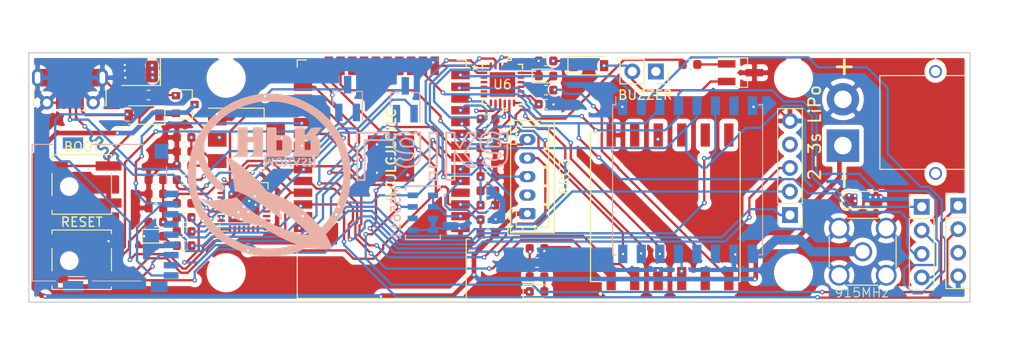
<source format=kicad_pcb>
(kicad_pcb (version 20211014) (generator pcbnew)
  (title_block (title "L2 Board PCB") (date "2021-05-05") (rev "2.0") (company "Monash University") (comment 1 "Created by Angus McLennan") (comment 2 "ID 29714389"))
  (layers (0 "F.Cu" signal) (1 "In1.Cu" signal) (2 "In2.Cu" signal) (31 "B.Cu" signal) (34 "B.Paste" user) (35 "F.Paste" user) (36 "B.SilkS" user "B.Silkscreen") (37 "F.SilkS" user "F.Silkscreen") (38 "B.Mask" user) (39 "F.Mask" user) (44 "Edge.Cuts" user))
  (net 0 "")
  (net 1 "GND")
  (net 2 "VDD")
  (net 3 "Net-(C10-Pad1)")
  (net 4 "Net-(D1-Pad2)")
  (net 5 "Net-(D2-Pad2)")
  (net 6 "+5V")
  (net 7 "Net-(J2-Pad3)")
  (net 8 "Net-(J2-Pad2)")
  (net 9 "+BATT")
  (net 10 "MISO_SD")
  (net 11 "CLK_SD")
  (net 12 "MOSI_SD")
  (net 13 "CS_SD")
  (net 14 "Net-(J6-Pad1)")
  (net 15 "RXD0")
  (net 16 "TXD0")
  (net 17 "SCL")
  (net 18 "SDA")
  (net 19 "Net-(R5-Pad1)")
  (net 20 "Net-(R8-Pad2)")
  (net 21 "Net-(C7-Pad2)")
  (net 22 "Net-(C11-Pad1)")
  (net 23 "BOOT")
  (net 24 "EN")
  (net 25 "Net-(D4-Pad2)")
  (net 26 "DTR")
  (net 27 "RTS")
  (net 28 "Net-(Q2-Pad1)")
  (net 29 "Net-(Q3-Pad1)")
  (net 30 "Net-(D5-Pad2)")
  (net 31 "SCK_RF")
  (net 32 "MOSI_RF")
  (net 33 "MISO_RF")
  (net 34 "CS_RF")
  (net 35 "TXD1_RRC3")
  (net 36 "RXD1_RRC3")
  (net 37 "Net-(Q4-Pad1)")
  (net 38 "ESP_LED")
  (net 39 "Batt_sense")
  (net 40 "BUZZER")
  (net 41 "TXD2_GPS")
  (net 42 "RXD2_GPS")
  (net 43 "MPU_INT")
  (net 44 "RF_IO0")
  (net 45 "RF_IO1")
  (net 46 "RF_IO2")
  (net 47 "Net-(J2-Pad4)")
  (net 48 "Net-(J4-PadMP4)")
  (net 49 "Net-(J4-PadMP3)")
  (net 50 "Net-(J4-PadMP2)")
  (net 51 "Net-(J4-PadMP1)")
  (net 52 "Net-(J4-Pad8)")
  (net 53 "Net-(J4-Pad1)")
  (net 54 "Net-(U1-Pad32)")
  (net 55 "RESET_RF")
  (net 56 "Net-(U1-Pad22)")
  (net 57 "Net-(U1-Pad21)")
  (net 58 "Net-(U1-Pad20)")
  (net 59 "Net-(U1-Pad19)")
  (net 60 "Net-(U1-Pad18)")
  (net 61 "Net-(U1-Pad17)")
  (net 62 "Thermal_Probe")
  (net 63 "Net-(U3-Pad6)")
  (net 64 "Net-(U4-Pad27)")
  (net 65 "Net-(U4-Pad23)")
  (net 66 "Net-(U4-Pad22)")
  (net 67 "Net-(U4-Pad21)")
  (net 68 "Net-(U4-Pad20)")
  (net 69 "Net-(U4-Pad19)")
  (net 70 "Net-(U4-Pad18)")
  (net 71 "Net-(U4-Pad17)")
  (net 72 "Net-(U4-Pad16)")
  (net 73 "Net-(U4-Pad15)")
  (net 74 "Net-(U4-Pad14)")
  (net 75 "Net-(U4-Pad13)")
  (net 76 "Net-(U4-Pad12)")
  (net 77 "Net-(U4-Pad11)")
  (net 78 "Net-(U4-Pad10)")
  (net 79 "Net-(U4-Pad2)")
  (net 80 "Net-(U4-Pad1)")
  (net 81 "Net-(U5-Pad7)")
  (net 82 "Net-(U5-Pad8)")
  (net 83 "Net-(U5-Pad11)")
  (net 84 "Net-(U6-Pad25)")
  (net 85 "Net-(U6-Pad22)")
  (net 86 "Net-(U6-Pad21)")
  (net 87 "Net-(U6-Pad19)")
  (net 88 "Net-(U6-Pad17)")
  (net 89 "Net-(U6-Pad16)")
  (net 90 "Net-(U6-Pad15)")
  (net 91 "Net-(U6-Pad14)")
  (net 92 "Net-(U6-Pad7)")
  (net 93 "Net-(U6-Pad6)")
  (net 94 "Net-(U6-Pad5)")
  (net 95 "Net-(U6-Pad4)")
  (net 96 "Net-(U6-Pad3)")
  (net 97 "Net-(U6-Pad2)")
  (net 98 "Net-(U7-Pad12)")
  (net 99 "Net-(U7-Pad11)")
  (net 100 "Net-(U7-Pad7)")
  (footprint "MountingHole:MountingHole_3.2mm_M3_ISO14580" (layer "F.Cu") (at 188.722 83.016)
    (fp_text reference "REF**")
    (fp_text value "MountingHole_3.2mm_M3_ISO14580")
  )
  (footprint "Connector_PinHeader_2.54mm:PinHeader_1x04_P2.54mm_Vertical" (layer "F.Cu") (at 206.50454 96.77654)
    (fp_text reference "J8")
    (fp_text value "I2C_Interface_Male")
  )
  (footprint "Capacitor_SMD:C_0603_1608Metric" (layer "F.Cu") (at 119.888 93.98 180)
    (fp_text reference "C1")
    (fp_text value "10uF")
  )
  (footprint "Capacitor_SMD:C_0603_1608Metric" (layer "F.Cu") (at 155.7273 95.1738 180)
    (fp_text reference "C2")
    (fp_text value "1uF")
  )
  (footprint "Capacitor_SMD:C_0603_1608Metric" (layer "F.Cu") (at 122.936 89.408 180)
    (fp_text reference "C3")
    (fp_text value "100nF")
  )
  (footprint "Capacitor_SMD:C_0603_1608Metric" (layer "F.Cu") (at 122.936 90.932 180)
    (fp_text reference "C4")
    (fp_text value "10uF")
  )
  (footprint "Capacitor_SMD:C_0603_1608Metric" (layer "F.Cu") (at 119.888 97.028 180)
    (fp_text reference "C5")
    (fp_text value "1uF")
  )
  (footprint "Capacitor_SMD:C_0603_1608Metric" (layer "F.Cu") (at 155.7273 90.5256)
    (fp_text reference "C6")
    (fp_text value "10nF")
  )
  (footprint "Capacitor_SMD:C_0603_1608Metric" (layer "F.Cu") (at 155.7273 88.9762 180)
    (fp_text reference "C7")
    (fp_text value "0.1uF")
  )
  (footprint "Capacitor_SMD:C_0603_1608Metric" (layer "F.Cu") (at 161.036 101.3968)
    (fp_text reference "C9")
    (fp_text value "100nF")
  )
  (footprint "Capacitor_SMD:C_0603_1608Metric" (layer "F.Cu") (at 122.936 92.456 180)
    (fp_text reference "C10")
    (fp_text value "0.1uF")
  )
  (footprint "Capacitor_SMD:C_0603_1608Metric" (layer "F.Cu") (at 155.7527 87.4268)
    (fp_text reference "C11")
    (fp_text value "2.2nF")
  )
  (footprint "Capacitor_SMD:C_0603_1608Metric" (layer "F.Cu") (at 161.036 102.9208)
    (fp_text reference "C12")
    (fp_text value "10uF")
  )
  (footprint "Capacitor_SMD:C_0603_1608Metric" (layer "F.Cu") (at 119.888 95.504 180)
    (fp_text reference "C13")
    (fp_text value "0.1uF")
  )
  (footprint "Capacitor_SMD:C_0603_1608Metric" (layer "F.Cu") (at 155.7273 92.075)
    (fp_text reference "C15")
    (fp_text value "10uF")
  )
  (footprint "LED_SMD:LED_0603_1608Metric" (layer "F.Cu") (at 161.036 106.045)
    (fp_text reference "D1")
    (fp_text value "LED_RED")
  )
  (footprint "LED_SMD:LED_0603_1608Metric" (layer "F.Cu") (at 162.0012 82.7786)
    (fp_text reference "D2")
    (fp_text value "LED_BLUE")
  )
  (footprint "Diode_SMD:D_SOD-123" (layer "F.Cu") (at 118.618 86.995 180)
    (fp_text reference "D3")
    (fp_text value "B5819W")
  )
  (footprint "LED_SMD:LED_0603_1608Metric" (layer "F.Cu") (at 119.888 100.076)
    (fp_text reference "D4")
    (fp_text value "ERROR_STATUS_LED")
  )
  (footprint "Diode_SMD:D_SOD-123" (layer "F.Cu") (at 166.624 81.661)
    (fp_text reference "D5")
    (fp_text value "B5819W")
  )
  (footprint "Connector_PinHeader_2.54mm:PinHeader_1x04_P2.54mm_Vertical" (layer "F.Cu") (at 202.565 96.901)
    (fp_text reference "J1")
    (fp_text value "SPI_Interface_Male")
  )
  (footprint "Connector_USB:USB_Micro-B_Molex-105017-0001" (layer "F.Cu") (at 110.617 84.201 180)
    (fp_text reference "J2")
    (fp_text value "USB_B_Micro")
  )
  (footprint "Connector_PinSocket_2.54mm:PinSocket_1x02_P2.54mm_Vertical" (layer "F.Cu") (at 173.863 82.296 -90)
    (fp_text reference "BUZZER")
    (fp_text value "Conn_01x02_Female")
  )
  (footprint "Connector_AMASS:AMASS_XT30PW-M_1x02_P2.50mm_Horizontal" (layer "F.Cu") (at 194.056 90.297 -90)
    (fp_text reference "J9")
    (fp_text value "2-3S_LiPo_LARGE_HOLE_XT-30")
  )
  (footprint "Package_TO_SOT_SMD:SOT-23" (layer "F.Cu") (at 123.063 85.852)
    (fp_text reference "Q1")
    (fp_text value "Si2301CDS")
  )
  (footprint "Package_TO_SOT_SMD:SOT-23_Handsoldering" (layer "F.Cu") (at 183.007 82.423)
    (fp_text reference "Q4")
    (fp_text value "MMBT2222")
  )
  (footprint "Resistor_SMD:R_0603_1608Metric" (layer "F.Cu") (at 155.7273 96.7232)
    (fp_text reference "R1")
    (fp_text value "10k")
  )
  (footprint "Resistor_SMD:R_0603_1608Metric" (layer "F.Cu") (at 119.1005 84.836)
    (fp_text reference "R2")
    (fp_text value "10k")
  )
  (footprint "Resistor_SMD:R_0603_1608Metric" (layer "F.Cu") (at 161.036 104.4448)
    (fp_text reference "R4")
    (fp_text value "1k")
  )
  (footprint "Resistor_SMD:R_0603_1608Metric" (layer "F.Cu") (at 122.936 98.044)
    (fp_text reference "R6")
    (fp_text value "2.4k")
  )
  (footprint "Resistor_SMD:R_0603_1608Metric" (layer "F.Cu") (at 122.936 99.568)
    (fp_text reference "R7")
    (fp_text value "2.4k")
  )
  (footprint "Resistor_SMD:R_0603_1608Metric" (layer "F.Cu") (at 119.888 98.552 180)
    (fp_text reference "R8")
    (fp_text value "10k")
  )
  (footprint "Resistor_SMD:R_0603_1608Metric" (layer "F.Cu") (at 122.936 96.52)
    (fp_text reference "R9")
    (fp_text value "12k")
  )
  (footprint "Resistor_SMD:R_0603_1608Metric" (layer "F.Cu") (at 122.936 93.98)
    (fp_text reference "R10")
    (fp_text value "12k")
  )
  (footprint "Resistor_SMD:R_0603_1608Metric" (layer "F.Cu") (at 155.7273 98.2726)
    (fp_text reference "R11")
    (fp_text value "10k")
  )
  (footprint "Resistor_SMD:R_0603_1608Metric" (layer "F.Cu") (at 155.7273 99.822 180)
    (fp_text reference "R12")
    (fp_text value "30k")
  )
  (footprint "Resistor_SMD:R_0603_1608Metric" (layer "F.Cu") (at 177.546 81.534 180)
    (fp_text reference "R13")
    (fp_text value "1k")
  )
  (footprint "RF_Module:ESP32-WROOM-32" (layer "F.Cu") (at 144.272 90.932 180)
    (fp_text reference "U1")
    (fp_text value "ESP32-WROOM-32")
  )
  (footprint "Package_TO_SOT_SMD:SOT-223-3_TabPin2" (layer "F.Cu") (at 129.667 89.662)
    (fp_text reference "U2")
    (fp_text value "AMS1117-3.3")
  )
  (footprint "Package_DFN_QFN:QFN-28-1EP_5x5mm_P0.5mm_EP3.35x3.35mm" (layer "F.Cu") (at 129.39 96.901)
    (fp_text reference "U4")
    (fp_text value "CP2102N-A01-GQFN28")
  )
  (footprint "Connector_JST:JST_PH_B5B-PH-K_1x05_P2.00mm_Vertical" (layer "F.Cu") (at 159.9946 97.6376 90)
    (fp_text reference "J3")
    (fp_text value "RRC3")
  )
  (footprint "MountingHole:MountingHole_3.2mm_M3_ISO14580" (layer "F.Cu") (at 127.472 83.016)
    (fp_text reference "REF**")
    (fp_text value "MountingHole_3.2mm_M3_ISO14580")
  )
  (footprint "MountingHole:MountingHole_3.2mm_M3_ISO14580" (layer "F.Cu") (at 188.722 104.016)
    (fp_text reference "REF**")
    (fp_text value "MountingHole_3.2mm_M3_ISO14580")
  )
  (footprint "MountingHole:MountingHole_3.2mm_M3_ISO14580" (layer "F.Cu") (at 127.472 104.016)
    (fp_text reference "REF**")
    (fp_text value "MountingHole_3.2mm_M3_ISO14580")
  )
  (footprint "Button_Switch_SMD:SW_Push_1P1T_NO_CK_KSC6xxJ" (layer "F.Cu") (at 111.887 94.488)
    (fp_text reference "SW1")
    (fp_text value "BOOT")
  )
  (footprint "Capacitor_SMD:C_0603_1608Metric" (layer "F.Cu") (at 155.7273 93.6244)
    (fp_text reference "C14")
    (fp_text value "100nF")
  )
  (footprint "Connector_PinHeader_2.54mm:PinHeader_1x05_P2.54mm_Vertical" (layer "F.Cu") (at 188.341 97.79 180)
    (fp_text reference "J7")
    (fp_text value "FTDI_Female")
  )
  (footprint "XCVR_L80-M39:XCVR_L80-M39" (layer "F.Cu") (at 175.387 96.901 90)
    (fp_text reference "U5")
    (fp_text value "L80-M39")
  )
  (footprint "Capacitor_SMD:C_0603_1608Metric" (layer "F.Cu") (at 162.0012 81.153 180)
    (fp_text reference "C8")
    (fp_text value "100nF")
  )
  (footprint "Capacitor_SMD:C_0603_1608Metric" (layer "F.Cu") (at 162.0012 85.8266)
    (fp_text reference "C16")
    (fp_text value "0.1uF")
  )
  (footprint "Resistor_SMD:R_0603_1608Metric" (layer "F.Cu") (at 162.0012 84.3026 180)
    (fp_text reference "R5")
    (fp_text value "1k")
  )
  (footprint "Resistor_SMD:R_0603_1608Metric" (layer "F.Cu") (at 122.936 101.092 180)
    (fp_text reference "R3")
    (fp_text value "1k")
  )
  (footprint "footprints:MPU-6050" (layer "F.Cu") (at 157.3022 83.693)
    (fp_text reference "U6")
    (fp_text value "MPU-6050")
  )
  (footprint "Connector_Coaxial:SMA_Amphenol_132291_Vertical" (layer "F.Cu") (at 196.1896 101.7524)
    (fp_text reference "J6" hide)
    (fp_text value "Conn_Coaxial")
  )
  (footprint "Button_Switch_SMD:SW_Push_1P1T_NO_CK_KSC6xxJ" (layer "F.Cu") (at 111.887 102.616)
    (fp_text reference "BOOT")
    (fp_text value "RESET")
  )
  (footprint "Capacitor_Tantalum_SMD:CP_EIA-3216-18_Kemet-A" (layer "F.Cu") (at 196.2696 96.1644)
    (fp_text reference "C18")
    (fp_text value "10uF")
  )
  (footprint "Capacitor_Tantalum_SMD:CP_EIA-3528-21_Kemet-B" (layer "F.Cu") (at 117.9203 82.296 180)
    (fp_text reference "C17")
    (fp_text value "100uF")
  )
  (footprint "Package_TO_SOT_SMD:SOT-23_Handsoldering" (layer "B.Cu") (at 146.812 85.344 90)
    (fp_text reference "Q2")
    (fp_text value "MMBT2222")
  )
  (footprint "Package_TO_SOT_SMD:SOT-23_Handsoldering" (layer "B.Cu") (at 140.589 85.217 90)
    (fp_text reference "Q3")
    (fp_text value "MMBT2222")
  )
  (footprint "RF_Module:HOPERF_RFM9XW_SMD" (layer "B.Cu") (at 177.292 93.98 -90)
    (fp_text reference "U7")
    (fp_text value "RFM95W-915S2")
  )
  (footprint "footprints:MS561101BA03-50" (layer "B.Cu") (at 148.717 97.536 180)
    (fp_text reference "U3")
    (fp_text value "MS5611")
  )
  (footprint "footprints:THD252811SDGF" (layer "B.Cu") (at 113.792 97.536 90)
    (fp_text reference "J4")
    (fp_text value "THD2528-11SD-GF" hide)
  )
  (footprint "hpr-library:logo-18mm" (layer "B.Cu") (at 132.08 93.472)
    (fp_text reference "G***" hide)
    (fp_text value "LOGO" hide)
  )
  (footprint "footprints:Liaka_Text" (layer "B.Cu") (at 149.86 87.63)
    (fp_text reference "REF**")
    (fp_text value "Liaka_Text")
  )
  (gr_line (start 207.772 107.188) (end 207.772 80.264) (layer "Edge.Cuts") (width 0.15))
  (gr_line (start 106.172 107.188) (end 207.772 107.188) (layer "Edge.Cuts") (width 0.15))
  (gr_line (start 106.172 107.188) (end 106.172 80.264) (layer "Edge.Cuts") (width 0.15))
  (gr_line (start 207.772 80.264) (end 106.172 80.264) (layer "Edge.Cuts") (width 0.15))
  (gr_text "2-3s LiPo" (at 191.008 88.9 90) (layer "F.SilkS") (effects (font (size 1.3 1.3) (thickness 0.2))))
  (gr_text "915MHz" (at 196.088 106.172) (layer "F.SilkS") (effects (font (size 1 1) (thickness 0.1))))
  (gr_text "JLCJLCJLCJLC" (at 145.288 91.44 90) (layer "F.SilkS") (effects (font (size 1 1) (thickness 0.2))))
  (segment (start 114.787 100.605) (end 114.787 96.488) (width 0.25) (layer "F.Cu") (net 1))
  (segment (start 156.5402 88.9508) (end 156.5148 88.9762) (width 0.25) (layer "F.Cu") (net 1))
  (segment (start 109.317 83.2635) (end 109.617 82.9635) (width 0.25) (layer "F.Cu") (net 1))
  (segment (start 122.1485 92.456) (end 122.1485 92.2275) (width 0.25) (layer "F.Cu") (net 1))
  (segment (start 158.052201 86.2925) (end 158.0388 86.305901) (width 0.25) (layer "F.Cu") (net 1))
  (segment (start 160.20551 106.08799) (end 160.1724 106.08799) (width 0.25) (layer "F.Cu") (net 1))
  (segment (start 158.0388 87.4776) (end 157.2006 88.3158) (width 0.25) (layer "F.Cu") (net 1))
  (segment (start 135.39216 99.187) (end 135.37692 99.20224) (width 0.25) (layer "F.Cu") (net 1))
  (segment (start 109.317 85.6635) (end 109.317 83.2635) (width 0.25) (layer "F.Cu") (net 1))
  (segment (start 158.052201 85.6869) (end 158.052201 86.2925) (width 0.25) (layer "F.Cu") (net 1))
  (segment (start 128.8876 96.401) (end 126.94 96.401) (width 0.25) (layer "F.Cu") (net 1))
  (segment (start 158.0388 86.305901) (end 158.0388 87.4776) (width 0.25) (layer "F.Cu") (net 1))
  (segment (start 120.6245 92.456) (end 119.1005 93.98) (width 0.25) (layer "F.Cu") (net 1))
  (segment (start 159.440419 90.191781) (end 157.271181 90.191781) (width 0.25) (layer "F.Cu") (net 1))
  (segment (start 109.617 82.9635) (end 111.617 82.9635) (width 0.25) (layer "F.Cu") (net 1))
  (segment (start 111.617 82.9635) (end 113.517 82.9635) (width 0.25) (layer "F.Cu") (net 1))
  (segment (start 161.2137 81.153) (end 161.2137 82.7786) (width 0.25) (layer "F.Cu") (net 1))
  (segment (start 157.0522 85.6869) (end 157.0522 86.4398) (width 0.25) (layer "F.Cu") (net 1))
  (segment (start 159.9946 89.6376) (end 159.440419 90.191781) (width 0.25) (layer "F.Cu") (net 1))
  (segment (start 174.117 104.651) (end 173.665104 104.199104) (width 0.25) (layer "F.Cu") (net 1))
  (segment (start 157.271181 90.191781) (end 156.717 89.6376) (width 0.25) (layer "F.Cu") (net 1))
  (segment (start 173.665104 104.199104) (end 173.665104 104.12379) (width 0.25) (layer "F.Cu") (net 1))
  (segment (start 169.037 86.614) (end 169.545 86.106) (width 0.25) (layer "F.Cu") (net 1))
  (segment (start 118.313 84.836) (end 115.9895 84.836) (width 0.25) (layer "F.Cu") (net 1))
  (segment (start 122.1485 92.456) (end 120.6245 92.456) (width 0.25) (layer "F.Cu") (net 1))
  (segment (start 156.717 89.6376) (end 156.5148 89.8398) (width 0.25) (layer "F.Cu") (net 1))
  (segment (start 152.772 99.187) (end 152.6794 99.187) (width 0.25) (layer "F.Cu") (net 1))
  (segment (start 156.5148 89.8398) (end 156.5148 90.5256) (width 0.25) (layer "F.Cu") (net 1))
  (segment (start 184.404 82.526) (end 184.507 82.423) (width 0.25) (layer "F.Cu") (net 1))
  (segment (start 126.517 86.981) (end 126.517 86.93618) (width 0.25) (layer "F.Cu") (net 1))
  (segment (start 157.0522 86.4398) (end 156.5402 86.9518) (width 0.25) (layer "F.Cu") (net 1))
  (segment (start 149.987 81.677) (end 149.987 80.9752) (width 0.25) (layer "F.Cu") (net 1))
  (segment (start 159.2961 82.443) (end 160.8781 82.443) (width 0.25) (layer "F.Cu") (net 1))
  (segment (start 108.987 96.488) (end 114.787 96.488) (width 0.25) (layer "F.Cu") (net 1))
  (segment (start 156.5148 88.9762) (end 156.5148 89.4354) (width 0.25) (layer "F.Cu") (net 1))
  (segment (start 156.5148 93.6244) (end 156.5148 92.075) (width 0.25) (layer "F.Cu") (net 1))
  (segment (start 156.5402 88.3158) (end 156.5402 88.9508) (width 0.25) (layer "F.Cu") (net 1))
  (segment (start 156.5148 92.075) (end 156.5148 90.5256) (width 0.25) (layer "F.Cu") (net 1))
  (segment (start 155.3083 82.443) (end 154.573002 82.443) (width 0.25) (layer "F.Cu") (net 1))
  (segment (start 115.9895 84.836) (end 114.117 82.9635) (width 0.25) (layer "F.Cu") (net 1))
  (segment (start 149.987202 81.677202) (end 149.987 81.677) (width 0.25) (layer "F.Cu") (net 1))
  (segment (start 156.5402 86.9518) (end 156.5402 87.4268) (width 0.25) (layer "F.Cu") (net 1))
  (segment (start 108.987 100.616) (end 114.787 100.616) (width 0.25) (layer "F.Cu") (net 1))
  (segment (start 157.0522 85.6869) (end 157.0522 85.338801) (width 0.25) (layer "F.Cu") (net 1))
  (segment (start 156.5148 98.2726) (end 156.5402 98.2726) (width 0.25) (layer "F.Cu") (net 1))
  (segment (start 160.2485 106.045) (end 160.20551 106.08799) (width 0.25) (layer "F.Cu") (net 1))
  (segment (start 149.987 81.677) (end 149.987 81.43748) (width 0.25) (layer "F.Cu") (net 1))
  (segment (start 129.39 96.901) (end 129.3876 96.901) (width 0.25) (layer "F.Cu") (net 1))
  (segment (start 126.517 86.93618) (end 126.48184 86.90102) (width 0.25) (layer "F.Cu") (net 1))
  (segment (start 114.787 100.616) (end 114.787 100.605) (width 0.25) (layer "F.Cu") (net 1))
  (segment (start 169.037 89.151) (end 169.037 86.614) (width 0.25) (layer "F.Cu") (net 1))
  (segment (start 135.772 99.187) (end 135.39216 99.187) (width 0.25) (layer "F.Cu") (net 1))
  (segment (start 153.807204 81.677202) (end 149.987202 81.677202) (width 0.25) (layer "F.Cu") (net 1))
  (segment (start 119.1005 100.076) (end 118.618 100.076) (width 0.25) (layer "F.Cu") (net 1))
  (segment (start 154.9398 95.1738) (end 154.9654 95.1738) (width 0.25) (layer "F.Cu") (net 1))
  (segment (start 169.545 86.106) (end 170.2435 86.106) (width 0.25) (layer "F.Cu") (net 1))
  (segment (start 122.1485 90.932) (end 122.1485 89.408) (width 0.25) (layer "F.Cu") (net 1))
  (segment (start 154.9654 95.1738) (end 156.5148 93.6244) (width 0.25) (layer "F.Cu") (net 1))
  (segment (start 152.6794 99.187) (end 152.654 99.2124) (width 0.25) (layer "F.Cu") (net 1))
  (segment (start 156.5402 98.2726) (end 156.5656 98.2472) (width 0.25) (layer "F.Cu") (net 1))
  (segment (start 162.7887 85.8266) (end 162.7887 85.8267) (width 0.25) (layer "F.Cu") (net 1))
  (segment (start 107.717 82.9635) (end 109.617 82.9635) (width 0.25) (layer "F.Cu") (net 1))
  (segment (start 149.987 81.3181) (end 149.987 81.677) (width 0.25) (layer "F.Cu") (net 1))
  (segment (start 160.8781 82.443) (end 161.2137 82.7786) (width 0.25) (layer "F.Cu") (net 1))
  (segment (start 156.5148 89.4354) (end 156.717 89.6376) (width 0.25) (layer "F.Cu") (net 1))
  (segment (start 156.5148 88.9762) (end 156.5148 89.8398) (width 0.25) (layer "F.Cu") (net 1))
  (segment (start 162.7887 85.8267) (end 162.814 85.852) (width 0.25) (layer "F.Cu") (net 1))
  (segment (start 161.8235 101.3968) (end 161.8235 101.6763) (width 0.25) (layer "F.Cu") (net 1))
  (segment (start 149.987 80.9752) (end 149.9489 80.9371) (width 0.25) (layer "F.Cu") (net 1))
  (segment (start 156.5402 87.4268) (end 156.5402 88.3158) (width 0.25) (layer "F.Cu") (net 1))
  (segment (start 157.2006 88.3158) (end 156.5402 88.3158) (width 0.25) (layer "F.Cu") (net 1))
  (segment (start 154.573002 82.443) (end 153.807204 81.677202) (width 0.25) (layer "F.Cu") (net 1))
  (segment (start 184.404 86.106) (end 186.817 86.106) (width 0.25) (layer "F.Cu") (net 1))
  (segment (start 145.281 91.687) (end 145.288 91.694) (width 0.25) (layer "F.Cu") (net 1))
  (segment (start 122.1485 90.932) (end 122.1485 92.2275) (width 0.25) (layer "F.Cu") (net 1))
  (segment (start 145.272 91.687) (end 145.281 91.687) (width 0.25) (layer "F.Cu") (net 1))
  (segment (start 119.1005 95.504) (end 119.1005 97.028) (width 0.25) (layer "F.Cu") (net 1))
  (segment (start 161.8235 102.9208) (end 161.8235 101.6763) (width 0.25) (layer "F.Cu") (net 1))
  (segment (start 108.987 96.488) (end 108.987 100.616) (width 0.25) (layer "F.Cu") (net 1))
  (segment (start 184.404 86.106) (end 184.404 82.526) (width 0.25) (layer "F.Cu") (net 1))
  (segment (start 109.317 85.6635) (end 108.117 85.6635) (width 0.25) (layer "F.Cu") (net 1))
  (segment (start 119.1005 93.98) (end 119.1005 95.504) (width 0.25) (layer "F.Cu") (net 1))
  (segment (start 186.817 86.106) (end 188.341 87.63) (width 0.25) (layer "F.Cu") (net 1))
  (segment (start 129.3876 96.901) (end 128.8876 96.401) (width 0.25) (layer "F.Cu") (net 1))
  (via (at 118.618 100.076) (size 0.5) (drill 0.25) (layers "F.Cu" "B.Cu") (net 1))
  (via (at 147.066 93.472) (size 0.5) (drill 0.25) (layers "F.Cu" "B.Cu") (net 1))
  (via (at 130.6449 96.6724) (size 0.5) (drill 0.25) (layers "F.Cu" "B.Cu") (net 1))
  (via (at 161.2137 81.153) (size 0.5) (drill 0.25) (layers "F.Cu" "B.Cu") (net 1))
  (via (at 160.1724 106.08799) (size 0.5) (drill 0.25) (layers "F.Cu" "B.Cu") (net 1))
  (via (at 198.1708 95.8596) (size 0.5) (drill 0.25) (layers "F.Cu" "B.Cu") (net 1))
  (via (at 114.787 100.605) (size 0.5) (drill 0.25) (layers "F.Cu" "B.Cu") (net 1))
  (via (at 130.5941 95.758) (size 0.5) (drill 0.25) (layers "F.Cu" "B.Cu") (net 1))
  (via (at 128.1938 98.044) (size 0.5) (drill 0.25) (layers "F.Cu" "B.Cu") (net 1))
  (via (at 143.764 90.17) (size 0.5) (drill 0.25) (layers "F.Cu" "B.Cu") (net 1))
  (via (at 170.2435 86.106) (size 0.5) (drill 0.25) (layers "F.Cu" "B.Cu") (net 1))
  (via (at 116.586 82.9564) (size 0.5) (drill 0.25) (layers "F.Cu" "B.Cu") (net 1))
  (via (at 162.814 85.852) (size 0.5) (drill 0.25) (layers "F.Cu" "B.Cu") (net 1))
  (via (at 129.3876 96.901) (size 0.5) (drill 0.25) (layers "F.Cu" "B.Cu") (net 1))
  (via (at 174.08652 103.759) (size 0.5) (drill 0.25) (layers "F.Cu" "B.Cu") (net 1))
  (via (at 122.1485 92.2275) (size 0.5) (drill 0.25) (layers "F.Cu" "B.Cu") (net 1))
  (via (at 126.48184 86.90102) (size 0.5) (drill 0.25) (layers "F.Cu" "B.Cu") (net 1))
  (via (at 197.0024 95.8596) (size 0.5) (drill 0.25) (layers "F.Cu" "B.Cu") (net 1))
  (via (at 129.9591 96.266) (size 0.5) (drill 0.25) (layers "F.Cu" "B.Cu") (net 1))
  (via (at 129.8702 97.4471) (size 0.5) (drill 0.25) (layers "F.Cu" "B.Cu") (net 1))
  (via (at 184.404 86.106) (size 0.5) (drill 0.25) (layers "F.Cu" "B.Cu") (net 1))
  (via (at 156.5656 98.2472) (size 0.5) (drill 0.25) (layers "F.Cu" "B.Cu") (net 1))
  (via (at 161.8235 101.6763) (size 0.5) (drill 0.25) (layers "F.Cu" "B.Cu") (net 1))
  (via (at 197.612 95.8596) (size 0.5) (drill 0.25) (layers "F.Cu" "B.Cu") (net 1))
  (via (at 143.764 93.218) (size 0.5) (drill 0.25) (layers "F.Cu" "B.Cu") (net 1))
  (via (at 116.5352 81.5848) (size 0.5) (drill 0.25) (layers "F.Cu" "B.Cu") (net 1))
  (via (at 128.8034 97.4979) (size 0.5) (drill 0.25) (layers "F.Cu" "B.Cu") (net 1))
  (via (at 116.5352 82.1944) (size 0.5) (drill 0.25) (layers "F.Cu" "B.Cu") (net 1))
  (via (at 149.8219 81.30794) (size 0.5) (drill 0.25) (layers "F.Cu" "B.Cu") (net 1))
  (via (at 135.37692 99.20224) (size 0.5) (drill 0.25) (layers "F.Cu" "B.Cu") (net 1))
  (via (at 152.654 99.2124) (size 0.5) (drill 0.25) (layers "F.Cu" "B.Cu") (net 1))
  (via (at 182.4355 102.0445) (size 0.5) (drill 0.25) (layers "F.Cu" "B.Cu") (net 1))
  (via (at 145.288 91.694) (size 0.5) (drill 0.25) (layers "F.Cu" "B.Cu") (net 1))
  (via (at 129.0828 98.2091) (size 0.5) (drill 0.25) (layers "F.Cu" "B.Cu") (net 1))
  (via (at 128.0414 95.504) (size 0.5) (drill 0.25) (layers "F.Cu" "B.Cu") (net 1))
  (segment (start 182.292 101.98) (end 182.371 101.98) (width 0.25) (layer "B.Cu") (net 1))
  (segment (start 182.371 101.98) (end 182.4355 102.0445) (width 0.25) (layer "B.Cu") (net 1))
  (segment (start 149.817 98.161) (end 149.817 99.411) (width 0.25) (layer "B.Cu") (net 1))
  (segment (start 121.542 101.011) (end 119.553 101.011) (width 0.25) (layer "B.Cu") (net 1))
  (segment (start 119.553 101.011) (end 118.618 100.076) (width 0.25) (layer "B.Cu") (net 1))
  (segment (start 147.617 99.411) (end 149.817 99.411) (width 0.25) (layer "B.Cu") (net 1))
  (segment (start 152.654 99.2124) (end 150.0156 99.2124) (width 0.25) (layer "B.Cu") (net 1))
  (segment (start 150.0156 99.2124) (end 149.817 99.411) (width 0.25) (layer "B.Cu") (net 1))
  (segment (start 176.657 104.651) (end 176.226148 104.220148) (width 0.25) (layer "F.Cu") (net 2))
  (segment (start 122.1485 98.044) (end 122.1485 99.568) (width 0.25) (layer "F.Cu") (net 2))
  (segment (start 156.297878 86.546821) (end 154.4828 86.546821) (width 0.25) (layer "F.Cu") (net 2))
  (segment (start 154.9398 90.5256) (end 154.9398 91.61597) (width 0.25) (layer "F.Cu") (net 2))
  (segment (start 123.7235 90.932) (end 123.7235 89.408) (width 0.25) (layer "F.Cu") (net 2))
  (segment (start 160.335397 84.943) (end 161.217796 85.825399) (width 0.25) (layer "F.Cu") (net 2))
  (segment (start 154.9398 96.9262) (end 154.9908 96.9772) (width 0.25) (layer "F.Cu") (net 2))
  (segment (start 156.552199 85.6869) (end 156.552199 86.2925) (width 0.25) (layer "F.Cu") (net 2))
  (segment (start 160.2485 102.9208) (end 160.2485 104.4448) (width 0.25) (layer "F.Cu") (net 2))
  (segment (start 154.9398 93.6244) (end 154.9398 91.61597) (width 0.25) (layer "F.Cu") (net 2))
  (segment (start 164.466 81.153) (end 164.974 81.661) (width 0.25) (layer "F.Cu") (net 2))
  (segment (start 174.117 89.5858) (end 174.0916 89.6112) (width 0.25) (layer "F.Cu") (net 2))
  (segment (start 120.6755 97.028) (end 120.6755 98.552) (width 0.25) (layer "F.Cu") (net 2))
  (segment (start 120.6755 93.98) (end 120.6755 95.504) (width 0.25) (layer "F.Cu") (net 2))
  (segment (start 153.746 97.917) (end 154.9398 96.7232) (width 0.25) (layer "F.Cu") (net 2))
  (segment (start 126.94 98.055686) (end 126.94 97.901) (width 0.25) (layer "F.Cu") (net 2))
  (segment (start 179.197 104.651) (end 176.657 104.651) (width 0.25) (layer "F.Cu") (net 2))
  (segment (start 156.552199 86.2925) (end 156.297878 86.546821) (width 0.25) (layer "F.Cu") (net 2))
  (segment (start 160.2485 101.3968) (end 160.2485 102.9208) (width 0.25) (layer "F.Cu") (net 2))
  (segment (start 159.2961 84.943) (end 160.335397 84.943) (width 0.25) (layer "F.Cu") (net 2))
  (segment (start 120.6755 95.504) (end 120.6755 97.028) (width 0.25) (layer "F.Cu") (net 2))
  (segment (start 154.9398 96.7232) (end 154.9398 96.9262) (width 0.25) (layer "F.Cu") (net 2))
  (segment (start 152.772 97.917) (end 153.746 97.917) (width 0.25) (layer "F.Cu") (net 2))
  (segment (start 120.6755 98.552) (end 121.6405 98.552) (width 0.25) (layer "F.Cu") (net 2))
  (segment (start 126.94 98.401) (end 126.94 98.055686) (width 0.25) (layer "F.Cu") (net 2))
  (segment (start 174.117 89.151) (end 174.117 89.5858) (width 0.25) (layer "F.Cu") (net 2))
  (segment (start 162.7887 81.153) (end 164.466 81.153) (width 0.25) (layer "F.Cu") (net 2))
  (segment (start 121.6405 98.552) (end 122.1485 98.044) (width 0.25) (layer "F.Cu") (net 2))
  (via (at 120.6755 98.552) (size 0.5) (drill 0.25) (layers "F.Cu" "B.Cu") (net 2))
  (via (at 126.746 89.408) (size 0.5) (drill 0.25) (layers "F.Cu" "B.Cu") (net 2))
  (via (at 162.7887 81.153) (size 0.5) (drill 0.25) (layers "F.Cu" "B.Cu") (net 2))
  (via (at 126.94 98.055686) (size 0.5) (drill 0.25) (layers "F.Cu" "B.Cu") (net 2))
  (via (at 176.64684 103.85044) (size 0.5) (drill 0.25) (layers "F.Cu" "B.Cu") (net 2))
  (via (at 154.94 96.7232) (size 0.5) (drill 0.25) (layers "F.Cu" "B.Cu") (net 2))
  (via (at 154.94 93.7387) (size 0.5) (drill 0.25) (layers "F.Cu" "B.Cu") (net 2))
  (via (at 161.217796 85.825399) (size 0.5) (drill 0.25) (layers "F.Cu" "B.Cu") (net 2))
  (via (at 154.9398 91.61597) (size 0.5) (drill 0.25) (layers "F.Cu" "B.Cu") (net 2))
  (via (at 194.7164 95.6564) (size 0.5) (drill 0.25) (layers "F.Cu" "B.Cu") (net 2))
  (via (at 154.4828 86.546821) (size 0.5) (drill 0.25) (layers "F.Cu" "B.Cu") (net 2))
  (via (at 133.5024 89.4588) (size 0.5) (drill 0.25) (layers "F.Cu" "B.Cu") (net 2))
  (via (at 195.3768 95.7072) (size 0.5) (drill 0.25) (layers "F.Cu" "B.Cu") (net 2))
  (via (at 123.7235 89.408) (size 0.5) (drill 0.25) (layers "F.Cu" "B.Cu") (net 2))
  (via (at 174.0916 89.6112) (size 0.5) (drill 0.25) (layers "F.Cu" "B.Cu") (net 2))
  (via (at 119.4816 81.6356) (size 0.5) (drill 0.25) (layers "F.Cu" "B.Cu") (net 2))
  (via (at 152.772 97.917) (size 0.5) (drill 0.25) (layers "F.Cu" "B.Cu") (net 2))
  (via (at 160.2994 101.7651) (size 0.5) (drill 0.25) (layers "F.Cu" "B.Cu") (net 2))
  (via (at 195.3768 96.266) (size 0.5) (drill 0.25) (layers "F.Cu" "B.Cu") (net 2))
  (via (at 119.5324 82.9564) (size 0.5) (drill 0.25) (layers "F.Cu" "B.Cu") (net 2))
  (via (at 119.5324 82.3468) (size 0.5) (drill 0.25) (layers "F.Cu" "B.Cu") (net 2))
  (segment (start 176.64684 102.33484) (end 176.292 101.98) (width 0.25) (layer "B.Cu") (net 2))
  (segment (start 152.772 97.917) (end 151.29764 97.917) (width 0.25) (layer "B.Cu") (net 2))
  (segment (start 120.9345 98.811) (end 120.6755 98.552) (width 0.25) (layer "B.Cu") (net 2))
  (segment (start 121.542 98.811) (end 120.9345 98.811) (width 0.25) (layer "B.Cu") (net 2))
  (segment (start 149.817 96.911) (end 149.817 95.661) (width 0.25) (layer "B.Cu") (net 2))
  (segment (start 176.64684 103.85044) (end 176.64684 102.33484) (width 0.25) (layer "B.Cu") (net 2))
  (segment (start 154.94 96.7232) (end 154.94 93.7387) (width 0.25) (layer "B.Cu") (net 2))
  (segment (start 150.29164 96.911) (end 149.817 96.911) (width 0.25) (layer "B.Cu") (net 2))
  (segment (start 151.29764 97.917) (end 150.29164 96.911) (width 0.25) (layer "B.Cu") (net 2))
  (segment (start 122.063 86.802) (end 123.378 86.802) (width 0.25) (layer "F.Cu") (net 3))
  (segment (start 123.378 86.802) (end 124.968 88.392) (width 0.25) (layer "F.Cu") (net 3))
  (segment (start 121.87 86.995) (end 122.063 86.802) (width 0.25) (layer "F.Cu") (net 3))
  (segment (start 123.7235 92.456) (end 125.642 92.456) (width 0.25) (layer "F.Cu") (net 3))
  (segment (start 124.968 90.932) (end 125.617 91.581) (width 0.25) (layer "F.Cu") (net 3))
  (segment (start 120.268 86.995) (end 121.87 86.995) (width 0.25) (layer "F.Cu") (net 3))
  (segment (start 125.642 92.456) (end 126.517 91.581) (width 0.25) (layer "F.Cu") (net 3))
  (segment (start 125.617 91.581) (end 126.517 91.581) (width 0.25) (layer "F.Cu") (net 3))
  (segment (start 124.968 88.392) (end 124.968 90.932) (width 0.25) (layer "F.Cu") (net 3))
  (segment (start 161.8235 104.4448) (end 161.8235 106.045) (width 0.25) (layer "F.Cu") (net 4))
  (segment (start 161.2647 84.3026) (end 162.7887 82.7786) (width 0.25) (layer "F.Cu") (net 5))
  (segment (start 161.2137 84.3026) (end 161.2647 84.3026) (width 0.25) (layer "F.Cu") (net 5))
  (segment (start 111.917 86.5885) (end 112.3235 86.995) (width 0.25) (layer "F.Cu") (net 6))
  (segment (start 117.094 102.616) (end 117.7036 102.0064) (width 0.25) (layer "F.Cu") (net 6))
  (segment (start 119.888 84.836) (end 119.827 84.836) (width 0.25) (layer "F.Cu") (net 6))
  (segment (start 119.888 84.836) (end 121.997 84.836) (width 0.25) (layer "F.Cu") (net 6))
  (segment (start 119.827 84.836) (end 117.668 86.995) (width 0.25) (layer "F.Cu") (net 6))
  (segment (start 124.96249 101.73872) (end 124.962491 101.281519) (width 0.25) (layer "F.Cu") (net 6))
  (segment (start 111.917 85.6635) (end 111.917 86.5885) (width 0.25) (layer "F.Cu") (net 6))
  (segment (start 112.3235 86.995) (end 116.968 86.995) (width 0.25) (layer "F.Cu") (net 6))
  (segment (start 124.962491 101.281519) (end 126.89301 99.351) (width 0.25) (layer "F.Cu") (net 6))
  (segment (start 126.89301 99.351) (end 127.89 99.351) (width 0.25) (layer "F.Cu") (net 6))
  (segment (start 121.221904 102.0064) (end 122.786999 103.571495) (width 0.25) (layer "F.Cu") (net 6))
  (segment (start 117.668 86.995) (end 116.968 86.995) (width 0.25) (layer "F.Cu") (net 6))
  (segment (start 122.063 84.902) (end 121.997 84.836) (width 0.25) (layer "F.Cu") (net 6))
  (segment (start 117.7036 102.0064) (end 121.221904 102.0064) (width 0.25) (layer "F.Cu") (net 6))
  (segment (start 122.786999 103.571495) (end 123.129715 103.571495) (width 0.25) (layer "F.Cu") (net 6))
  (segment (start 123.129715 103.571495) (end 124.96249 101.73872) (width 0.25) (layer "F.Cu") (net 6))
  (via (at 116.7892 86.9188) (size 0.5) (drill 0.25) (layers "F.Cu" "B.Cu") (net 6))
  (via (at 117.094 102.616) (size 0.5) (drill 0.25) (layers "F.Cu" "B.Cu") (net 6))
  (via (at 121.997 84.836) (size 0.5) (drill 0.25) (layers "F.Cu" "B.Cu") (net 6))
  (segment (start 109.0168 87.5284) (end 109.6264 86.9188) (width 0.25) (layer "B.Cu") (net 6))
  (segment (start 109.6264 86.9188) (end 116.7892 86.9188) (width 0.25) (layer "B.Cu") (net 6))
  (segment (start 117.094 102.616) (end 117.094 98.552) (width 0.25) (layer "B.Cu") (net 6))
  (segment (start 109.0168 91.3892) (end 109.0168 87.5284) (width 0.25) (layer "B.Cu") (net 6))
  (segment (start 110.5408 91.9988) (end 109.6264 91.9988) (width 0.25) (layer "B.Cu") (net 6))
  (segment (start 109.6264 91.9988) (end 109.0168 91.3892) (width 0.25) (layer "B.Cu") (net 6))
  (segment (start 117.094 98.552) (end 110.5408 91.9988) (width 0.25) (layer "B.Cu") (net 6))
  (segment (start 125.73 96.139022) (end 125.73 96.139) (width 0.25) (layer "F.Cu") (net 7))
  (segment (start 126.491978 96.901) (end 125.73 96.139022) (width 0.25) (layer "F.Cu") (net 7))
  (segment (start 110.617 85.6635) (end 110.617 87.49381) (width 0.25) (layer "F.Cu") (net 7))
  (segment (start 126.94 96.901) (end 126.491978 96.901) (width 0.25) (layer "F.Cu") (net 7))
  (via (at 110.617 87.49381) (size 0.5) (drill 0.25) (layers "F.Cu" "B.Cu") (net 7))
  (via (at 125.73 96.139) (size 0.5) (drill 0.25) (layers "F.Cu" "B.Cu") (net 7))
  (segment (start 125.73 96.139) (end 122.4026 92.8116) (width 0.25) (layer "B.Cu") (net 7))
  (segment (start 112.58901 87.49381) (end 110.617 87.49381) (width 0.25) (layer "B.Cu") (net 7))
  (segment (start 117.9068 92.8116) (end 112.58901 87.49381) (width 0.25) (layer "B.Cu") (net 7))
  (segment (start 122.4026 92.8116) (end 117.9068 92.8116) (width 0.25) (layer "B.Cu") (net 7))
  (segment (start 111.267 87.215176) (end 111.31695 87.265126) (width 0.25) (layer "F.Cu") (net 8))
  (segment (start 126.94 97.401) (end 125.720329 97.401) (width 0.25) (layer "F.Cu") (net 8))
  (segment (start 111.267 87.215176) (end 111.267 87.264) (width 0.25) (layer "F.Cu") (net 8))
  (segment (start 111.267 85.6635) (end 111.267 87.215176) (width 0.25) (layer "F.Cu") (net 8))
  (segment (start 111.267 87.264) (end 112.2172 88.2142) (width 0.25) (layer "F.Cu") (net 8))
  (segment (start 125.720329 97.401) (end 125.330964 97.011635) (width 0.25) (layer "F.Cu") (net 8))
  (via (at 125.330964 97.011634) (size 0.5) (drill 0.25) (layers "F.Cu" "B.Cu") (net 8))
  (via (at 112.2172 88.2142) (size 0.5) (drill 0.25) (layers "F.Cu" "B.Cu") (net 8))
  (segment (start 113.016048 89.81956) (end 113.081542 89.834509) (width 0.25) (layer "B.Cu") (net 8))
  (segment (start 112.2172 88.2142) (end 112.988981 88.985981) (width 0.25) (layer "B.Cu") (net 8))
  (segment (start 115.809767 91.462372) (end 115.802292 91.49512) (width 0.25) (layer "B.Cu") (net 8))
  (segment (start 114.112714 89.765319) (end 114.105241 89.798067) (width 0.25) (layer "B.Cu") (net 8))
  (segment (start 112.988981 89.145721) (end 112.974032 89.211215) (width 0.25) (layer "B.Cu") (net 8))
  (segment (start 113.804047 90.638939) (end 113.864573 90.668086) (width 0.25) (layer "B.Cu") (net 8))
  (segment (start 115.342513 91.127382) (end 115.368772 91.106437) (width 0.25) (layer "B.Cu") (net 8))
  (segment (start 114.112715 89.731731) (end 114.112714 89.765319) (width 0.25) (layer "B.Cu") (net 8))
  (segment (start 112.831967 89.635479) (end 112.861114 89.696005) (width 0.25) (layer "B.Cu") (net 8))
  (segment (start 114.069724 89.642459) (end 114.090667 89.668721) (width 0.25) (layer "B.Cu") (net 8))
  (segment (start 114.346035 91.605191) (end 114.387921 91.657714) (width 0.25) (layer "B.Cu") (net 8))
  (segment (start 113.76832 89.387337) (end 113.801068 89.394812) (width 0.25) (layer "B.Cu") (net 8))
  (segment (start 115.431782 91.084389) (end 115.465372 91.08439) (width 0.25) (layer "B.Cu") (net 8))
  (segment (start 114.301939 91.411992) (end 114.301939 91.479171) (width 0.25) (layer "B.Cu") (net 8))
  (segment (start 114.641938 90.968795) (end 114.600053 91.021318) (width 0.25) (layer "B.Cu") (net 8))
  (segment (start 115.745832 91.577906) (end 115.731259 91.608168) (width 0.25) (layer "B.Cu") (net 8))
  (segment (start 121.765929 93.4466) (end 125.330964 97.011635) (width 0.25) (layer "B.Cu") (net 8))
  (segment (start 112.974032 89.211215) (end 112.944885 89.271741) (width 0.25) (layer "B.Cu") (net 8))
  (segment (start 112.861114 89.376786) (end 112.831967 89.437312) (width 0.25) (layer "B.Cu") (net 8))
  (segment (start 114.686034 90.775596) (end 114.686034 90.842775) (width 0.25) (layer "B.Cu") (net 8))
  (segment (start 114.387921 91.23345) (end 114.346035 91.285972) (width 0.25) (layer "B.Cu") (net 8))
  (segment (start 114.487004 90.526021) (end 114.54753 90.555168) (width 0.25) (layer "B.Cu") (net 8))
  (segment (start 115.802293 91.396036) (end 115.809766 91.428784) (width 0.25) (layer "B.Cu") (net 8))
  (segment (start 117.4496 93.4466) (end 121.765929 93.4466) (width 0.25) (layer "B.Cu") (net 8))
  (segment (start 114.600053 90.597054) (end 114.641938 90.649576) (width 0.25) (layer "B.Cu") (net 8))
  (segment (start 112.861114 89.696005) (end 112.903 89.748528) (width 0.25) (layer "B.Cu") (net 8))
  (segment (start 114.812185 91.657713) (end 115.342513 91.127382) (width 0.25) (layer "B.Cu") (net 8))
  (segment (start 114.633642 91.743695) (end 114.699136 91.728746) (width 0.25) (layer "B.Cu") (net 8))
  (segment (start 114.671086 90.908269) (end 114.641938 90.968795) (width 0.25) (layer "B.Cu") (net 8))
  (segment (start 113.70964 90.225312) (end 113.680493 90.285838) (width 0.25) (layer "B.Cu") (net 8))
  (segment (start 115.723785 91.674504) (end 115.731258 91.707252) (width 0.25) (layer "B.Cu") (net 8))
  (segment (start 115.766775 91.339513) (end 115.787718 91.365774) (width 0.25) (layer "B.Cu") (net 8))
  (segment (start 113.665544 90.418511) (end 113.680493 90.484005) (width 0.25) (layer "B.Cu") (net 8))
  (segment (start 114.316888 91.346498) (end 114.301939 91.411992) (width 0.25) (layer "B.Cu") (net 8))
  (segment (start 114.10524 89.698983) (end 114.112715 89.731731) (width 0.25) (layer "B.Cu") (net 8))
  (segment (start 113.83133 89.409385) (end 113.857592 89.430327) (width 0.25) (layer "B.Cu") (net 8))
  (segment (start 115.723784 91.640916) (end 115.723785 91.674504) (width 0.25) (layer "B.Cu") (net 8))
  (segment (start 113.671722 89.409386) (end 113.701984 89.394811) (width 0.25) (layer "B.Cu") (net 8))
  (segment (start 112.955522 89.790413) (end 113.016048 89.81956) (width 0.25) (layer "B.Cu") (net 8))
  (segment (start 114.123266 90.638939) (end 114.228311 90.555168) (width 0.25) (layer "B.Cu") (net 8))
  (segment (start 115.766775 91.763776) (end 116.125311 92.122311) (width 0.25) (layer "B.Cu") (net 8))
  (segment (start 115.554643 91.12738) (end 115.766775 91.339513) (width 0.25) (layer "B.Cu") (net 8))
  (segment (start 112.817018 89.502806) (end 112.817018 89.569985) (width 0.25) (layer "B.Cu") (net 8))
  (segment (start 114.759662 91.699599) (end 114.812185 91.657713) (width 0.25) (layer "B.Cu") (net 8))
  (segment (start 114.54753 90.555168) (end 114.600053 90.597054) (width 0.25) (layer "B.Cu") (net 8))
  (segment (start 113.680493 90.285838) (end 113.665544 90.351332) (width 0.25) (layer "B.Cu") (net 8))
  (segment (start 114.641938 90.649576) (end 114.671086 90.710102) (width 0.25) (layer "B.Cu") (net 8))
  (segment (start 115.787718 91.365774) (end 115.802293 91.396036) (width 0.25) (layer "B.Cu") (net 8))
  (segment (start 115.809766 91.428784) (end 115.809767 91.462372) (width 0.25) (layer "B.Cu") (net 8))
  (segment (start 113.680493 90.484005) (end 113.70964 90.544531) (width 0.25) (layer "B.Cu") (net 8))
  (segment (start 113.751525 90.17279) (end 113.70964 90.225312) (width 0.25) (layer "B.Cu") (net 8))
  (segment (start 114.671086 90.710102) (end 114.686034 90.775596) (width 0.25) (layer "B.Cu") (net 8))
  (segment (start 114.500969 91.728746) (end 114.566463 91.743695) (width 0.25) (layer "B.Cu") (net 8))
  (segment (start 113.734732 89.387338) (end 113.76832 89.387337) (width 0.25) (layer "B.Cu") (net 8))
  (segment (start 113.930067 90.683035) (end 113.997246 90.683035) (width 0.25) (layer "B.Cu") (net 8))
  (segment (start 114.699136 91.728746) (end 114.759662 91.699599) (width 0.25) (layer "B.Cu") (net 8))
  (segment (start 113.274741 89.790413) (end 113.327264 89.748528) (width 0.25) (layer "B.Cu") (net 8))
  (segment (start 115.802292 91.49512) (end 115.787719 91.525382) (width 0.25) (layer "B.Cu") (net 8))
  (segment (start 114.440443 91.699599) (end 114.500969 91.728746) (width 0.25) (layer "B.Cu") (net 8))
  (segment (start 115.787719 91.525382) (end 115.745832 91.577906) (width 0.25) (layer "B.Cu") (net 8))
  (segment (start 113.081542 89.834509) (end 113.148721 89.834509) (width 0.25) (layer "B.Cu") (net 8))
  (segment (start 114.686034 90.842775) (end 114.671086 90.908269) (width 0.25) (layer "B.Cu") (net 8))
  (segment (start 114.288837 90.526021) (end 114.354331 90.511072) (width 0.25) (layer "B.Cu") (net 8))
  (segment (start 114.566463 91.743695) (end 114.633642 91.743695) (width 0.25) (layer "B.Cu") (net 8))
  (segment (start 114.354331 90.511072) (end 114.42151 90.511072) (width 0.25) (layer "B.Cu") (net 8))
  (segment (start 114.228311 90.555168) (end 114.288837 90.526021) (width 0.25) (layer "B.Cu") (net 8))
  (segment (start 114.42151 90.511072) (end 114.487004 90.526021) (width 0.25) (layer "B.Cu") (net 8))
  (segment (start 114.301939 91.479171) (end 114.316888 91.544665) (width 0.25) (layer "B.Cu") (net 8))
  (segment (start 113.214215 89.81956) (end 113.274741 89.790413) (width 0.25) (layer "B.Cu") (net 8))
  (segment (start 112.903 89.748528) (end 112.955522 89.790413) (width 0.25) (layer "B.Cu") (net 8))
  (segment (start 115.465372 91.08439) (end 115.498118 91.091863) (width 0.25) (layer "B.Cu") (net 8))
  (segment (start 112.817018 89.569985) (end 112.831967 89.635479) (width 0.25) (layer "B.Cu") (net 8))
  (segment (start 115.528382 91.106438) (end 115.554643 91.12738) (width 0.25) (layer "B.Cu") (net 8))
  (segment (start 115.745833 91.737514) (end 115.766775 91.763776) (width 0.25) (layer "B.Cu") (net 8))
  (segment (start 113.327264 89.748528) (end 113.645462 89.430329) (width 0.25) (layer "B.Cu") (net 8))
  (segment (start 113.857592 89.430327) (end 114.069724 89.642459) (width 0.25) (layer "B.Cu") (net 8))
  (segment (start 113.70964 90.544531) (end 113.751525 90.597054) (width 0.25) (layer "B.Cu") (net 8))
  (segment (start 114.105241 89.798067) (end 114.090666 89.828329) (width 0.25) (layer "B.Cu") (net 8))
  (segment (start 115.399036 91.091864) (end 115.431782 91.084389) (width 0.25) (layer "B.Cu") (net 8))
  (segment (start 114.316888 91.544665) (end 114.346035 91.605191) (width 0.25) (layer "B.Cu") (net 8))
  (segment (start 113.997246 90.683035) (end 114.06274 90.668086) (width 0.25) (layer "B.Cu") (net 8))
  (segment (start 114.346035 91.285972) (end 114.316888 91.346498) (width 0.25) (layer "B.Cu") (net 8))
  (segment (start 114.06274 90.668086) (end 114.123266 90.638939) (width 0.25) (layer "B.Cu") (net 8))
  (segment (start 113.148721 89.834509) (end 113.214215 89.81956) (width 0.25) (layer "B.Cu") (net 8))
  (segment (start 113.864573 90.668086) (end 113.930067 90.683035) (width 0.25) (layer "B.Cu") (net 8))
  (segment (start 114.069724 89.854591) (end 113.751525 90.17279) (width 0.25) (layer "B.Cu") (net 8))
  (segment (start 114.600053 91.021318) (end 114.387921 91.23345) (width 0.25) (layer "B.Cu") (net 8))
  (segment (start 114.387921 91.657714) (end 114.440443 91.699599) (width 0.25) (layer "B.Cu") (net 8))
  (segment (start 114.090666 89.828329) (end 114.069724 89.854591) (width 0.25) (layer "B.Cu") (net 8))
  (segment (start 114.090667 89.668721) (end 114.10524 89.698983) (width 0.25) (layer "B.Cu") (net 8))
  (segment (start 113.751525 90.597054) (end 113.804047 90.638939) (width 0.25) (layer "B.Cu") (net 8))
  (segment (start 113.701984 89.394811) (end 113.734732 89.387338) (width 0.25) (layer "B.Cu") (net 8))
  (segment (start 112.988981 88.985981) (end 112.988981 89.145721) (width 0.25) (layer "B.Cu") (net 8))
  (segment (start 115.368772 91.106437) (end 115.399036 91.091864) (width 0.25) (layer "B.Cu") (net 8))
  (segment (start 113.645462 89.430329) (end 113.671722 89.409386) (width 0.25) (layer "B.Cu") (net 8))
  (segment (start 115.731258 91.707252) (end 115.745833 91.737514) (width 0.25) (layer "B.Cu") (net 8))
  (segment (start 115.731259 91.608168) (end 115.723784 91.640916) (width 0.25) (layer "B.Cu") (net 8))
  (segment (start 113.665544 90.351332) (end 113.665544 90.418511) (width 0.25) (layer "B.Cu") (net 8))
  (segment (start 112.944885 89.271741) (end 112.861114 89.376786) (width 0.25) (layer "B.Cu") (net 8))
  (segment (start 113.801068 89.394812) (end 113.83133 89.409385) (width 0.25) (layer "B.Cu") (net 8))
  (segment (start 116.125311 92.122311) (end 117.4496 93.4466) (width 0.25) (layer "B.Cu") (net 8))
  (segment (start 115.498118 91.091863) (end 115.528382 91.106438) (width 0.25) (layer "B.Cu") (net 8))
  (segment (start 112.831967 89.437312) (end 112.817018 89.502806) (width 0.25) (layer "B.Cu") (net 8))
  (segment (start 156.5148 99.822) (end 154.223222 102.113578) (width 0.5) (layer "F.Cu") (net 9))
  (segment (start 193.675 90.297) (end 193.675 93.7387) (width 0.5) (layer "F.Cu") (net 9))
  (segment (start 106.7562 91.3638) (end 109.26064 88.85936) (width 0.5) (layer "F.Cu") (net 9))
  (segment (start 154.223222 102.113578) (end 154.223222 104.247783) (width 0.5) (layer "F.Cu") (net 9))
  (segment (start 124.063 85.852) (end 124.063 85.86902) (width 0.5) (layer "F.Cu") (net 9))
  (segment (start 151.984045 106.48696) (end 154.223222 104.247783) (width 0.5) (layer "F.Cu") (net 9))
  (segment (start 184.64784 104.61498) (end 184.56402 104.6988) (width 0.5) (layer "F.Cu") (net 9))
  (segment (start 106.7054 105.66146) (end 106.7054 91.44) (width 0.5) (layer "F.Cu") (net 9))
  (segment (start 124.063 85.86902) (end 124.079 85.88502) (width 0.5) (layer "F.Cu") (net 9))
  (segment (start 184.64784 102.21976) (end 184.64784 104.61498) (width 0.5) (layer "F.Cu") (net 9))
  (segment (start 190.42888 98.97364) (end 188.6712 100.73132) (width 0.5) (layer "F.Cu") (net 9))
  (segment (start 151.984045 106.48696) (end 144.2593 106.48696) (width 0.5) (layer "F.Cu") (net 9))
  (segment (start 107.5309 106.48696) (end 107.75696 106.48696) (width 0.5) (layer "F.Cu") (net 9))
  (segment (start 156.5148 99.822) (end 158.6992 97.6376) (width 0.5) (layer "F.Cu") (net 9))
  (segment (start 158.6992 97.6376) (end 159.9946 97.6376) (width 0.5) (layer "F.Cu") (net 9))
  (segment (start 190.42888 96.98482) (end 190.42888 98.97364) (width 0.5) (layer "F.Cu") (net 9))
  (segment (start 107.5309 106.48696) (end 106.7054 105.66146) (width 0.5) (layer "F.Cu") (net 9))
  (segment (start 188.6712 100.73132) (end 186.13628 100.73132) (width 0.5) (layer "F.Cu") (net 9))
  (segment (start 193.675 93.7387) (end 190.42888 96.98482) (width 0.5) (layer "F.Cu") (net 9))
  (segment (start 144.2593 106.48696) (end 144.16786 106.5784) (width 0.25) (layer "F.Cu") (net 9))
  (segment (start 186.13628 100.73132) (end 184.64784 102.21976) (width 0.5) (layer "F.Cu") (net 9))
  (segment (start 115.73764 88.9381) (end 109.43844 88.9381) (width 0.5) (layer "F.Cu") (net 9))
  (via (at 124.079 85.88502) (size 0.5) (drill 0.25) (layers "F.Cu" "B.Cu") (net 9))
  (via (at 184.56402 104.6988) (size 0.5) (drill 0.25) (layers "F.Cu" "B.Cu") (net 9))
  (via (at 154.223222 104.247783) (size 0.5) (drill 0.25) (layers "F.Cu" "B.Cu") (net 9))
  (via (at 144.16786 106.5784) (size 0.5) (drill 0.25) (layers "F.Cu" "B.Cu") (net 9))
  (via (at 115.73764 88.9381) (size 0.5) (drill 0.25) (layers "F.Cu" "B.Cu") (net 9))
  (via (at 107.93984 106.5784) (size 0.5) (drill 0.25) (layers "F.Cu" "B.Cu") (net 9))
  (segment (start 154.674239 104.6988) (end 154.223222 104.247783) (width 0.5) (layer "B.Cu") (net 9))
  (segment (start 115.73764 88.9381) (end 117.39626 88.9381) (width 0.5) (layer "B.Cu") (net 9))
  (segment (start 119.60733 86.72703) (end 123.23699 86.72703) (width 0.5) (layer "B.Cu") (net 9))
  (segment (start 184.56402 104.6988) (end 154.674239 104.6988) (width 0.5) (layer "B.Cu") (net 9))
  (segment (start 117.39626 88.9381) (end 119.60733 86.72703) (width 0.5) (layer "B.Cu") (net 9))
  (segment (start 144.16786 106.5784) (end 107.93984 106.5784) (width 0.5) (layer "B.Cu") (net 9))
  (segment (start 124.079 85.88502) (end 123.23699 86.72703) (width 0.5) (layer "B.Cu") (net 9))
  (segment (start 135.772 90.297) (end 135.636 90.297) (width 0.25) (layer "F.Cu") (net 10))
  (segment (start 115.73678 103.192001) (end 116.924399 104.37962) (width 0.25) (layer "F.Cu") (net 10))
  (segment (start 118.493503 104.37962) (end 119.530602 103.342521) (width 0.25) (layer "F.Cu") (net 10))
  (segment (start 116.924399 104.37962) (end 118.493503 104.37962) (width 0.25) (layer "F.Cu") (net 10))
  (segment (start 115.73678 102.039999) (end 115.73678 103.192001) (width 0.25) (layer "F.Cu") (net 10))
  (segment (start 116.54958 92.11142) (end 116.54958 101.227198) (width 0.25) (layer "F.Cu") (net 10))
  (segment (start 119.888 88.773) (end 116.54958 92.11142) (width 0.25) (layer "F.Cu") (net 10))
  (segment (start 116.54958 101.227198) (end 115.73678 102.039999) (width 0.25) (layer "F.Cu") (net 10))
  (via (at 135.636 90.297) (size 0.5) (drill 0.25) (layers "F.Cu" "B.Cu") (net 10))
  (via (at 119.530602 103.342521) (size 0.5) (drill 0.25) (layers "F.Cu" "B.Cu") (net 10))
  (via (at 119.888 88.773) (size 0.5) (drill 0.25) (layers "F.Cu" "B.Cu") (net 10))
  (segment (start 135.636 89.535) (end 134.874 88.773) (width 0.25) (layer "B.Cu") (net 10))
  (segment (start 121.542 102.111) (end 120.306927 102.111) (width 0.25) (layer "B.Cu") (net 10))
  (segment (start 120.306927 102.111) (end 119.530602 102.887325) (width 0.25) (layer "B.Cu") (net 10))
  (segment (start 135.636 90.297) (end 135.636 89.535) (width 0.25) (layer "B.Cu") (net 10))
  (segment (start 134.874 88.773) (end 119.888 88.773) (width 0.25) (layer "B.Cu") (net 10))
  (segment (start 119.530602 102.887325) (end 119.530602 103.342521) (width 0.25) (layer "B.Cu") (net 10))
  (segment (start 135.772 89.027) (end 138.311045 89.027) (width 0.25) (layer "F.Cu") (net 11))
  (segment (start 138.311045 89.027) (end 141.41639 92.132345) (width 0.25) (layer "F.Cu") (net 11))
  (via (at 141.41639 92.132345) (size 0.5) (drill 0.25) (layers "F.Cu" "B.Cu") (net 11))
  (segment (start 130.52464 100.584145) (end 130.528713 100.588218) (width 0.25) (layer "B.Cu") (net 11))
  (segment (start 122.592 99.911) (end 123.1172 100.4362) (width 0.25) (layer "B.Cu") (net 11))
  (segment (start 126.125814 100.584145) (end 130.52464 100.584145) (width 0.25) (layer "B.Cu") (net 11))
  (segment (start 123.1172 101.6728) (end 125.037159 101.6728) (width 0.25) (layer "B.Cu") (net 11))
  (segment (start 135.490672 100.588218) (end 137.929191 98.149699) (width 0.25) (layer "B.Cu") (net 11))
  (segment (start 137.929191 95.619544) (end 141.41639 92.132345) (width 0.25) (layer "B.Cu") (net 11))
  (segment (start 121.542 99.911) (end 122.592 99.911) (width 0.25) (layer "B.Cu") (net 11))
  (segment (start 123.1172 100.4362) (end 123.1172 101.6728) (width 0.25) (layer "B.Cu") (net 11))
  (segment (start 130.528713 100.588218) (end 135.490672 100.588218) (width 0.25) (layer "B.Cu") (net 11))
  (segment (start 137.929191 98.149699) (end 137.929191 95.619544) (width 0.25) (layer "B.Cu") (net 11))
  (segment (start 125.037159 101.6728) (end 126.125814 100.584145) (width 0.25) (layer "B.Cu") (net 11))
  (segment (start 135.772 97.917) (end 135.763 97.917) (width 0.25) (layer "F.Cu") (net 12))
  (via (at 135.763 97.917) (size 0.5) (drill 0.25) (layers "F.Cu" "B.Cu") (net 12))
  (segment (start 122.592 97.711) (end 121.542 97.711) (width 0.25) (layer "B.Cu") (net 12))
  (segment (start 123.063 99.695) (end 123.063 98.182) (width 0.25) (layer "B.Cu") (net 12))
  (segment (start 135.763 97.917) (end 133.995877 99.684123) (width 0.25) (layer "B.Cu") (net 12))
  (segment (start 123.063 98.182) (end 122.592 97.711) (width 0.25) (layer "B.Cu") (net 12))
  (segment (start 125.753013 99.684123) (end 125.234136 100.203) (width 0.25) (layer "B.Cu") (net 12))
  (segment (start 123.571 100.203) (end 123.063 99.695) (width 0.25) (layer "B.Cu") (net 12))
  (segment (start 133.995877 99.684123) (end 125.753013 99.684123) (width 0.25) (layer "B.Cu") (net 12))
  (segment (start 125.234136 100.203) (end 123.571 100.203) (width 0.25) (layer "B.Cu") (net 12))
  (segment (start 117.729 92.075) (end 118.364 91.44) (width 0.25) (layer "F.Cu") (net 13))
  (segment (start 117.729 94.361) (end 117.729 92.075) (width 0.25) (layer "F.Cu") (net 13))
  (via (at 117.729 94.361) (size 0.5) (drill 0.25) (layers "F.Cu" "B.Cu") (net 13))
  (via (at 118.364 91.44) (size 0.5) (drill 0.25) (layers "F.Cu" "B.Cu") (net 13))
  (via (at 135.636 87.884) (size 0.5) (drill 0.25) (layers "F.Cu" "B.Cu") (net 13))
  (segment (start 119.507 97.596) (end 119.409002 97.596) (width 0.25) (layer "B.Cu") (net 13))
  (segment (start 120.492 96.611) (end 119.507 97.596) (width 0.25) (layer "B.Cu") (net 13))
  (segment (start 117.856 102.74441) (end 119.42259 104.311) (width 0.25) (layer "B.Cu") (net 13))
  (segment (start 120.492 96.611) (end 121.542 96.611) (width 0.25) (layer "B.Cu") (net 13))
  (segment (start 117.856 99.149002) (end 117.856 102.74441) (width 0.25) (layer "B.Cu") (net 13))
  (segment (start 120.492 96.611) (end 120.401 96.52) (width 0.25) (layer "B.Cu") (net 13))
  (segment (start 120.401 96.52) (end 118.872 96.52) (width 0.25) (layer "B.Cu") (net 13))
  (segment (start 117.729 95.377) (end 117.729 94.361) (width 0.25) (layer "B.Cu") (net 13))
  (segment (start 118.364 89.281) (end 119.761 87.884) (width 0.25) (layer "B.Cu") (net 13))
  (segment (start 118.364 91.44) (end 118.364 89.281) (width 0.25) (layer "B.Cu") (net 13))
  (segment (start 119.42259 104.311) (end 121.542 104.311) (width 0.25) (layer "B.Cu") (net 13))
  (segment (start 119.761 87.884) (end 135.636 87.884) (width 0.25) (layer "B.Cu") (net 13))
  (segment (start 118.872 96.52) (end 117.729 95.377) (width 0.25) (layer "B.Cu") (net 13))
  (segment (start 119.409002 97.596) (end 117.856 99.149002) (width 0.25) (layer "B.Cu") (net 13))
  (segment (start 184.292 101.98) (end 185.294 101.98) (width 1) (layer "B.Cu") (net 14))
  (segment (start 186.817 100.457) (end 189.4078 100.457) (width 1) (layer "B.Cu") (net 14))
  (segment (start 189.4078 100.457) (end 190.7032 101.7524) (width 1) (layer "B.Cu") (net 14))
  (segment (start 190.7032 101.7524) (end 196.1896 101.7524) (width 1) (layer "B.Cu") (net 14))
  (segment (start 185.294 101.98) (end 186.817 100.457) (width 1) (layer "B.Cu") (net 14))
  (segment (start 128.89 94.451) (end 128.89 92.85341) (width 0.25) (layer "F.Cu") (net 15))
  (segment (start 129.79541 91.948) (end 132.363 91.948) (width 0.25) (layer "F.Cu") (net 15))
  (segment (start 141.164874 96.977905) (end 141.164874 98.347631) (width 0.25) (layer "F.Cu") (net 15))
  (segment (start 135.772 94.107) (end 136.421461 94.107) (width 0.25) (layer "F.Cu") (net 15))
  (segment (start 141.164874 98.347631) (end 140.724666 98.787839) (width 0.25) (layer "F.Cu") (net 15))
  (segment (start 183.9595 98.044) (end 183.9595 95.9485) (width 0.25) (layer "F.Cu") (net 15))
  (segment (start 137.261611 94.94715) (end 139.134119 94.94715) (width 0.25) (layer "F.Cu") (net 15))
  (segment (start 183.9595 95.9485) (end 187.198 92.71) (width 0.25) (layer "F.Cu") (net 15))
  (segment (start 136.421461 94.107) (end 137.261611 94.94715) (width 0.25) (layer "F.Cu") (net 15))
  (segment (start 128.89 92.85341) (end 129.79541 91.948) (width 0.25) (layer "F.Cu") (net 15))
  (segment (start 187.198 92.71) (end 188.341 92.71) (width 0.25) (layer "F.Cu") (net 15))
  (segment (start 140.724666 100.279728) (end 140.856521 100.411583) (width 0.25) (layer "F.Cu") (net 15))
  (segment (start 139.134119 94.94715) (end 141.164874 96.977905) (width 0.25) (layer "F.Cu") (net 15))
  (segment (start 140.724666 98.787839) (end 140.724666 100.279728) (width 0.25) (layer "F.Cu") (net 15))
  (segment (start 132.363 91.948) (end 134.522 94.107) (width 0.25) (layer "F.Cu") (net 15))
  (segment (start 134.522 94.107) (end 135.772 94.107) (width 0.25) (layer "F.Cu") (net 15))
  (via (at 140.856521 100.411583) (size 0.5) (drill 0.25) (layers "F.Cu" "B.Cu") (net 15))
  (via (at 183.9595 98.044) (size 0.5) (drill 0.25) (layers "F.Cu" "B.Cu") (net 15))
  (segment (start 181.348501 100.654999) (end 155.189323 100.654999) (width 0.25) (layer "B.Cu") (net 15))
  (segment (start 155.189323 100.654999) (end 154.4492 101.395122) (width 0.25) (layer "B.Cu") (net 15))
  (segment (start 142.428822 99.1661) (end 141.183339 100.411583) (width 0.25) (layer "B.Cu") (net 15))
  (segment (start 142.676299 98.385222) (end 142.428822 98.632699) (width 0.25) (layer "B.Cu") (net 15))
  (segment (start 141.183339 100.411583) (end 140.856521 100.411583) (width 0.25) (layer "B.Cu") (net 15))
  (segment (start 183.9595 98.044) (end 181.348501 100.654999) (width 0.25) (layer "B.Cu") (net 15))
  (segment (start 142.428822 98.632699) (end 142.428822 99.1661) (width 0.25) (layer "B.Cu") (net 15))
  (segment (start 154.4492 101.395122) (end 145.982001 101.395122) (width 0.25) (layer "B.Cu") (net 15))
  (segment (start 145.982001 101.395122) (end 142.972102 98.385222) (width 0.25) (layer "B.Cu") (net 15))
  (segment (start 142.972102 98.385222) (end 142.676299 98.385222) (width 0.25) (layer "B.Cu") (net 15))
  (segment (start 134.522 95.377) (end 135.772 95.377) (width 0.25) (layer "F.Cu") (net 16))
  (segment (start 134.47575 95.33075) (end 134.522 95.377) (width 0.25) (layer "F.Cu") (net 16))
  (segment (start 134.25845 99.96845) (end 137.132178 99.96845) (width 0.25) (layer "F.Cu") (net 16))
  (segment (start 129.39 92.98982) (end 129.92382 92.456) (width 0.25) (layer "F.Cu") (net 16))
  (segment (start 129.92382 92.456) (end 131.601 92.456) (width 0.25) (layer "F.Cu") (net 16))
  (segment (start 133.858 95.9485) (end 133.858 99.568) (width 0.25) (layer "F.Cu") (net 16))
  (segment (start 129.39 94.451) (end 129.39 92.98982) (width 0.25) (layer "F.Cu") (net 16))
  (segment (start 131.601 92.456) (end 134.47575 95.33075) (width 0.25) (layer "F.Cu") (net 16))
  (segment (start 137.132178 99.96845) (end 139.37331 97.727318) (width 0.25) (layer "F.Cu") (net 16))
  (segment (start 133.858 99.568) (end 134.25845 99.96845) (width 0.25) (layer "F.Cu") (net 16))
  (segment (start 134.47575 95.33075) (end 133.858 95.9485) (width 0.25) (layer "F.Cu") (net 16))
  (via (at 139.37331 97.727318) (size 0.5) (drill 0.25) (layers "F.Cu" "B.Cu") (net 16))
  (segment (start 140.4661 96.895489) (end 139.634271 97.727318) (width 0.25) (layer "B.Cu") (net 16))
  (segment (start 188.341 95.25) (end 164.844589 95.25) (width 0.25) (layer "B.Cu") (net 16))
  (segment (start 146.810899 100.040801) (end 143.665587 96.895489) (width 0.25) (layer "B.Cu") (net 16))
  (segment (start 150.623101 100.040801) (end 146.810899 100.040801) (width 0.25) (layer "B.Cu") (net 16))
  (segment (start 143.665587 96.895489) (end 140.4661 96.895489) (width 0.25) (layer "B.Cu") (net 16))
  (segment (start 160.789619 99.30497) (end 154.299919 99.30497) (width 0.25) (layer "B.Cu") (net 16))
  (segment (start 154.299919 99.30497) (end 153.5725 100.032389) (width 0.25) (layer "B.Cu") (net 16))
  (segment (start 139.634271 97.727318) (end 139.37331 97.727318) (width 0.25) (layer "B.Cu") (net 16))
  (segment (start 150.631513 100.032389) (end 150.623101 100.040801) (width 0.25) (layer "B.Cu") (net 16))
  (segment (start 153.5725 100.032389) (end 150.631513 100.032389) (width 0.25) (layer "B.Cu") (net 16))
  (segment (start 164.844589 95.25) (end 160.789619 99.30497) (width 0.25) (layer "B.Cu") (net 16))
  (segment (start 135.687188 96.647) (end 135.51279 96.821398) (width 0.25) (layer "F.Cu") (net 17))
  (segment (start 206.50454 99.31654) (end 205.329539 100.491541) (width 0.25) (layer "F.Cu") (net 17))
  (segment (start 135.772 96.647) (end 139.419083 96.647) (width 0.25) (layer "F.Cu") (net 17))
  (segment (start 156.552199 81.114199) (end 156.337 80.899) (width 0.25) (layer "F.Cu") (net 17))
  (segment (start 204.52334 106.70794) (end 191.3128 106.70794) (width 0.25) (layer "F.Cu") (net 17))
  (segment (start 140.200305 97.428222) (end 139.660242 96.888159) (width 0.25) (layer "F.Cu") (net 17))
  (segment (start 123.7235 99.568) (end 123.825 99.568) (width 0.25) (layer "F.Cu") (net 17))
  (segment (start 135.772 96.647) (end 135.687188 96.647) (width 0.25) (layer "F.Cu") (net 17))
  (segment (start 139.419083 96.647) (end 139.660242 96.888159) (width 0.25) (layer "F.Cu") (net 17))
  (segment (start 191.3128 106.70794) (end 191.3128 106.663) (width 0.25) (layer "F.Cu") (net 17))
  (segment (start 205.329539 100.491541) (end 205.329539 105.901741) (width 0.25) (layer "F.Cu") (net 17))
  (segment (start 156.337 80.899) (end 154.813 80.899) (width 0.25) (layer "F.Cu") (net 17))
  (segment (start 156.552199 81.6991) (end 156.552199 81.114199) (width 0.25) (layer "F.Cu") (net 17))
  (segment (start 205.329539 105.901741) (end 204.52334 106.70794) (width 0.25) (layer "F.Cu") (net 17))
  (segment (start 140.200305 100.655297) (end 140.200305 97.428222) (width 0.25) (layer "F.Cu") (net 17))
  (via (at 140.200305 100.655297) (size 0.5) (drill 0.25) (layers "F.Cu" "B.Cu") (net 17))
  (via (at 123.825 99.568) (size 0.5) (drill 0.25) (layers "F.Cu" "B.Cu") (net 17))
  (via (at 135.51279 96.821398) (size 0.5) (drill 0.25) (layers "F.Cu" "B.Cu") (net 17))
  (via (at 154.813 80.899) (size 0.5) (drill 0.25) (layers "F.Cu" "B.Cu") (net 17))
  (via (at 191.3128 106.663) (size 0.5) (drill 0.25) (layers "F.Cu" "B.Cu") (net 17))
  (via (at 139.660242 96.888159) (size 0.5) (drill 0.25) (layers "F.Cu" "B.Cu") (net 17))
  (segment (start 133.100076 99.234112) (end 135.51279 96.821398) (width 0.25) (layer "B.Cu") (net 17))
  (segment (start 148.104211 95.661) (end 147.617 95.661) (width 0.25) (layer "B.Cu") (net 17))
  (segment (start 149.471811 87.608701) (end 150.843411 88.9803) (width 0.25) (layer "B.Cu") (net 17))
  (segment (start 150.843411 92.9218) (end 148.104211 95.661) (width 0.25) (layer "B.Cu") (net 17))
  (segment (start 140.102923 96.445478) (end 139.660242 96.888159) (width 0.25) (layer "B.Cu") (net 17))
  (segment (start 154.813 80.899) (end 154.062022 81.649978) (width 0.25) (layer "B.Cu") (net 17))
  (segment (start 140.200305 101.00885) (end 140.200305 100.655297) (width 0.25) (layer "B.Cu") (net 17))
  (segment (start 144.000802 95.661) (end 143.216324 96.445478) (width 0.25) (layer "B.Cu") (net 17))
  (segment (start 125.232725 99.568) (end 125.566613 99.234112) (width 0.25) (layer "B.Cu") (net 17))
  (segment (start 123.825 99.568) (end 125.232725 99.568) (width 0.25) (layer "B.Cu") (net 17))
  (segment (start 147.617 95.661) (end 144.000802 95.661) (width 0.25) (layer "B.Cu") (net 17))
  (segment (start 145.854455 106.663) (end 140.200305 101.00885) (width 0.25) (layer "B.Cu") (net 17))
  (segment (start 143.216324 96.445478) (end 140.102923 96.445478) (width 0.25) (layer "B.Cu") (net 17))
  (segment (start 125.566613 99.234112) (end 133.100076 99.234112) (width 0.25) (layer "B.Cu") (net 17))
  (segment (start 191.3128 106.663) (end 145.854455 106.663) (width 0.25) (layer "B.Cu") (net 17))
  (segment (start 154.062022 81.649978) (end 151.519201 81.649978) (width 0.25) (layer "B.Cu") (net 17))
  (segment (start 150.843411 88.9803) (end 150.843411 92.9218) (width 0.25) (layer "B.Cu") (net 17))
  (segment (start 149.471811 83.697368) (end 149.471811 87.608701) (width 0.25) (layer "B.Cu") (net 17))
  (segment (start 151.519201 81.649978) (end 149.471811 83.697368) (width 0.25) (layer "B.Cu") (net 17))
  (segment (start 136.092533 92.516467) (end 135.772 92.837) (width 0.25) (layer "F.Cu") (net 18))
  (segment (start 146.16176 96.90862) (end 143.210239 99.860141) (width 0.25) (layer "F.Cu") (net 18))
  (segment (start 145.51914 96.266) (end 146.16176 96.90862) (width 0.25) (layer "F.Cu") (net 18))
  (segment (start 145.51914 94.78264) (end 145.51914 96.266) (width 0.25) (layer "F.Cu") (net 18))
  (segment (start 204.65034 98.63074) (end 204.65034 105.7275) (width 0.25) (layer "F.Cu") (net 18))
  (segment (start 204.65034 105.7275) (end 204.26934 106.1085) (width 0.25) (layer "F.Cu") (net 18))
  (segment (start 206.50454 96.77654) (end 204.65034 98.63074) (width 0.25) (layer "F.Cu") (net 18))
  (segment (start 156.0522 81.6991) (end 154.465513 81.6991) (width 0.25) (layer "F.Cu") (net 18))
  (segment (start 145.51914 94.78264) (end 145.269141 94.532641) (width 0.25) (layer "F.Cu") (net 18))
  (segment (start 145.269141 94.532641) (end 142.630363 94.532641) (width 0.25) (layer "F.Cu") (net 18))
  (segment (start 140.614189 92.516467) (end 136.092533 92.516467) (width 0.25) (layer "F.Cu") (net 18))
  (segment (start 204.26934 106.1085) (end 191.82334 106.1085) (width 0.25) (layer "F.Cu") (net 18))
  (segment (start 123.79198 98.044) (end 123.82754 98.07956) (width 0.25) (layer "F.Cu") (net 18))
  (segment (start 123.7235 98.044) (end 123.79198 98.044) (width 0.25) (layer "F.Cu") (net 18))
  (segment (start 143.210239 99.860141) (end 142.547969 99.860141) (width 0.25) (layer "F.Cu") (net 18))
  (segment (start 154.465513 81.6991) (end 153.868613 81.1022) (width 0.25) (layer "F.Cu") (net 18))
  (segment (start 142.630363 94.532641) (end 140.614189 92.516467) (width 0.25) (layer "F.Cu") (net 18))
  (segment (start 153.868613 81.1022) (end 151.257 81.1022) (width 0.25) (layer "F.Cu") (net 18))
  (via (at 145.51914 94.78264) (size 0.5) (drill 0.25) (layers "F.Cu" "B.Cu") (net 18))
  (via (at 191.82334 106.1085) (size 0.5) (drill 0.25) (layers "F.Cu" "B.Cu") (net 18))
  (via (at 123.82754 98.07956) (size 0.5) (drill 0.25) (layers "F.Cu" "B.Cu") (net 18))
  (via (at 151.257 81.1022) (size 0.5) (drill 0.25) (layers "F.Cu" "B.Cu") (net 18))
  (via (at 146.16176 96.90862) (size 0.5) (drill 0.25) (layers "F.Cu" "B.Cu") (net 18))
  (via (at 142.547969 99.860141) (size 0.5) (drill 0.25) (layers "F.Cu" "B.Cu") (net 18))
  (via (at 135.82904 92.8751) (size 0.5) (drill 0.25) (layers "F.Cu" "B.Cu") (net 18))
  (segment (start 142.547969 102.494051) (end 142.547969 99.860141) (width 0.25) (layer "B.Cu") (net 18))
  (segment (start 145.354698 105.30078) (end 142.547969 102.494051) (width 0.25) (layer "B.Cu") (net 18))
  (segment (start 160.54578 105.30078) (end 145.354698 105.30078) (width 0.25) (layer "B.Cu") (net 18))
  (segment (start 150.3934 89.1667) (end 150.3934 90.995602) (width 0.25) (layer "B.Cu") (net 18))
  (segment (start 124.396968 99.002541) (end 125.161773 99.002541) (width 0.25) (layer "B.Cu") (net 18))
  (segment (start 191.82334 106.1085) (end 191.469787 106.1085) (width 0.25) (layer "B.Cu") (net 18))
  (segment (start 149.0218 87.7951) (end 150.3934 89.1667) (width 0.25) (layer "B.Cu") (net 18))
  (segment (start 123.82754 98.433113) (end 124.396968 99.002541) (width 0.25) (layer "B.Cu") (net 18))
  (segment (start 161.332999 106.087999) (end 160.54578 105.30078) (width 0.25) (layer "B.Cu") (net 18))
  (segment (start 129.920039 98.784101) (end 135.82904 92.8751) (width 0.25) (layer "B.Cu") (net 18))
  (segment (start 191.449286 106.087999) (end 161.332999 106.087999) (width 0.25) (layer "B.Cu") (net 18))
  (segment (start 125.380213 98.784101) (end 129.920039 98.784101) (width 0.25) (layer "B.Cu") (net 18))
  (segment (start 191.469787 106.1085) (end 191.449286 106.087999) (width 0.25) (layer "B.Cu") (net 18))
  (segment (start 150.3934 90.995602) (end 146.606362 94.78264) (width 0.25) (layer "B.Cu") (net 18))
  (segment (start 123.82754 98.07956) (end 123.82754 98.433113) (width 0.25) (layer "B.Cu") (net 18))
  (segment (start 147.61462 96.90862) (end 147.617 96.911) (width 0.25) (layer "B.Cu") (net 18))
  (segment (start 125.161773 99.002541) (end 125.380213 98.784101) (width 0.25) (layer "B.Cu") (net 18))
  (segment (start 151.257 81.1022) (end 149.0218 83.3374) (width 0.25) (layer "B.Cu") (net 18))
  (segment (start 146.606362 94.78264) (end 145.51914 94.78264) (width 0.25) (layer "B.Cu") (net 18))
  (segment (start 146.16176 96.90862) (end 147.61462 96.90862) (width 0.25) (layer "B.Cu") (net 18))
  (segment (start 149.0218 83.3374) (end 149.0218 87.7951) (width 0.25) (layer "B.Cu") (net 18))
  (segment (start 168.021 90.8685) (end 168.021 86.9315) (width 0.25) (layer "F.Cu") (net 19))
  (segment (start 169.796 92.71) (end 169.796 92.6435) (width 0.25) (layer "F.Cu") (net 19))
  (segment (start 168.021 86.9315) (end 167.132 86.0425) (width 0.25) (layer "F.Cu") (net 19))
  (segment (start 169.796 92.6435) (end 168.021 90.8685) (width 0.25) (layer "F.Cu") (net 19))
  (segment (start 181.737 104.651) (end 169.796 92.71) (width 0.25) (layer "F.Cu") (net 19))
  (via (at 167.132 86.0425) (size 0.5) (drill 0.25) (layers "F.Cu" "B.Cu") (net 19))
  (via (at 162.941 84.2645) (size 0.5) (drill 0.25) (layers "F.Cu" "B.Cu") (net 19))
  (segment (start 163.703 84.2645) (end 162.941 84.2645) (width 0.25) (layer "B.Cu") (net 19))
  (segment (start 164.1475 84.709) (end 163.703 84.2645) (width 0.25) (layer "B.Cu") (net 19))
  (segment (start 167.132 86.0425) (end 165.7985 84.709) (width 0.25) (layer "B.Cu") (net 19))
  (segment (start 165.7985 84.709) (end 164.1475 84.709) (width 0.25) (layer "B.Cu") (net 19))
  (segment (start 117.110799 103.929609) (end 116.186791 103.005601) (width 0.25) (layer "F.Cu") (net 20))
  (segment (start 122.600599 104.021506) (end 121.035504 102.456411) (width 0.25) (layer "F.Cu") (net 20))
  (segment (start 123.211206 104.021506) (end 122.600599 104.021506) (width 0.25) (layer "F.Cu") (net 20))
  (segment (start 128.39 99.799022) (end 127.674033 100.514989) (width 0.25) (layer "F.Cu") (net 20))
  (segment (start 127.674033 100.514989) (end 126.426391 100.514989) (width 0.25) (layer "F.Cu") (net 20))
  (segment (start 126.426391 100.514989) (end 125.412501 101.528879) (width 0.25) (layer "F.Cu") (net 20))
  (segment (start 128.39 99.351) (end 128.39 99.799022) (width 0.25) (layer "F.Cu") (net 20))
  (segment (start 123.211208 104.021504) (end 123.211206 104.021506) (width 0.25) (layer "F.Cu") (net 20))
  (segment (start 116.186791 102.226399) (end 116.999591 101.413599) (width 0.25) (layer "F.Cu") (net 20))
  (segment (start 116.999591 100.652909) (end 119.1005 98.552) (width 0.25) (layer "F.Cu") (net 20))
  (segment (start 117.585201 103.929609) (end 117.110799 103.929609) (width 0.25) (layer "F.Cu") (net 20))
  (segment (start 116.999591 101.413599) (end 116.999591 100.652909) (width 0.25) (layer "F.Cu") (net 20))
  (segment (start 125.412501 101.528879) (end 125.412499 101.925121) (width 0.25) (layer "F.Cu") (net 20))
  (segment (start 119.058399 102.456411) (end 117.585201 103.929609) (width 0.25) (layer "F.Cu") (net 20))
  (segment (start 116.186791 103.005601) (end 116.186791 102.226399) (width 0.25) (layer "F.Cu") (net 20))
  (segment (start 125.412499 101.925121) (end 123.316116 104.021504) (width 0.25) (layer "F.Cu") (net 20))
  (segment (start 123.316116 104.021504) (end 123.211208 104.021504) (width 0.25) (layer "F.Cu") (net 20))
  (segment (start 121.035504 102.456411) (end 119.058399 102.456411) (width 0.25) (layer "F.Cu") (net 20))
  (segment (start 154.9398 88.955693) (end 155.35661 88.538883) (width 0.25) (layer "F.Cu") (net 21))
  (segment (start 157.5522 85.6869) (end 157.5522 87.072539) (width 0.25) (layer "F.Cu") (net 21))
  (segment (start 157.5522 87.072539) (end 157.46379 87.160949) (width 0.25) (layer "F.Cu") (net 21))
  (segment (start 154.9398 88.9762) (end 154.9398 88.955693) (width 0.25) (layer "F.Cu") (net 21))
  (via (at 155.35661 88.538883) (size 0.5) (drill 0.25) (layers "F.Cu" "B.Cu") (net 21))
  (via (at 157.46379 87.160949) (size 0.5) (drill 0.25) (layers "F.Cu" "B.Cu") (net 21))
  (segment (start 156.734544 87.160949) (end 155.35661 88.538883) (width 0.25) (layer "B.Cu") (net 21))
  (segment (start 157.46379 87.160949) (end 156.734544 87.160949) (width 0.25) (layer "B.Cu") (net 21))
  (segment (start 157.226 80.789) (end 157.844 80.789) (width 0.25) (layer "F.Cu") (net 22))
  (segment (start 154.9652 87.41781) (end 154.911734 87.364344) (width 0.25) (layer "F.Cu") (net 22))
  (segment (start 154.911734 87.364344) (end 154.911734 87.259099) (width 0.25) (layer "F.Cu") (net 22))
  (segment (start 157.844 80.789) (end 158.052201 80.997201) (width 0.25) (layer "F.Cu") (net 22))
  (segment (start 158.052201 80.997201) (end 158.052201 81.6991) (width 0.25) (layer "F.Cu") (net 22))
  (via (at 154.911734 87.259099) (size 0.5) (drill 0.25) (layers "F.Cu" "B.Cu") (net 22))
  (via (at 157.226 80.789) (size 0.5) (drill 0.25) (layers "F.Cu" "B.Cu") (net 22))
  (segment (start 155.915011 82.099989) (end 151.705601 82.099989) (width 0.25) (layer "B.Cu") (net 22))
  (segment (start 149.921822 83.883768) (end 149.921822 85.534233) (width 0.25) (layer "B.Cu") (net 22))
  (segment (start 151.705601 82.099989) (end 149.921822 83.883768) (width 0.25) (layer "B.Cu") (net 22))
  (segment (start 151.646688 87.259099) (end 154.911734 87.259099) (width 0.25) (layer "B.Cu") (net 22))
  (segment (start 149.921822 85.534233) (end 151.646688 87.259099) (width 0.25) (layer "B.Cu") (net 22))
  (segment (start 157.226 80.789) (end 155.915011 82.099989) (width 0.25) (layer "B.Cu") (net 22))
  (segment (start 123.516998 84.963) (end 122.936 85.543998) (width 0.25) (layer "F.Cu") (net 23))
  (segment (start 119.775998 85.852) (end 119.492999 86.134999) (width 0.25) (layer "F.Cu") (net 23))
  (segment (start 114.787 91.3975) (end 114.787 92.488) (width 0.25) (layer "F.Cu") (net 23))
  (segment (start 135.772 82.677) (end 137.022 82.677) (width 0.25) (layer "F.Cu") (net 23))
  (segment (start 118.11 88.0745) (end 114.787 91.3975) (width 0.25) (layer "F.Cu") (net 23))
  (segment (start 138.931844 84.586844) (end 138.931844 84.842156) (width 0.25) (layer "F.Cu") (net 23))
  (segment (start 122.736002 85.543998) (end 122.428 85.852) (width 0.25) (layer "F.Cu") (net 23))
  (segment (start 122.428 85.852) (end 119.775998 85.852) (width 0.25) (layer "F.Cu") (net 23))
  (segment (start 119.287501 86.134999) (end 118.11 87.3125) (width 0.25) (layer "F.Cu") (net 23))
  (segment (start 137.022 82.677) (end 138.931844 84.586844) (width 0.25) (layer "F.Cu") (net 23))
  (segment (start 119.492999 86.134999) (end 119.287501 86.134999) (width 0.25) (layer "F.Cu") (net 23))
  (segment (start 125.501498 85.6615) (end 124.802998 84.963) (width 0.25) (layer "F.Cu") (net 23))
  (segment (start 132.08 82.677) (end 129.0955 85.6615) (width 0.25) (layer "F.Cu") (net 23))
  (segment (start 122.936 85.543998) (end 122.736002 85.543998) (width 0.25) (layer "F.Cu") (net 23))
  (segment (start 124.802998 84.963) (end 123.516998 84.963) (width 0.25) (layer "F.Cu") (net 23))
  (segment (start 114.787 92.488) (end 108.987 92.488) (width 0.25) (layer "F.Cu") (net 23))
  (segment (start 129.0955 85.6615) (end 125.501498 85.6615) (width 0.25) (layer "F.Cu") (net 23))
  (segment (start 135.772 82.677) (end 132.08 82.677) (width 0.25) (layer "F.Cu") (net 23))
  (segment (start 118.11 87.3125) (end 118.11 88.0745) (width 0.25) (layer "F.Cu") (net 23))
  (via (at 138.931844 84.842156) (size 0.5) (drill 0.25) (layers "F.Cu" "B.Cu") (net 23))
  (segment (start 138.931844 85.509844) (end 138.931844 84.842156) (width 0.25) (layer "B.Cu") (net 23))
  (segment (start 139.639 86.217) (end 138.931844 85.509844) (width 0.25) (layer "B.Cu") (net 23))
  (segment (start 129.8321 101.609166) (end 140.334934 101.609166) (width 0.25) (layer "F.Cu") (net 24))
  (segment (start 144.422141 101.457198) (end 144.422141 101.068859) (width 0.25) (layer "F.Cu") (net 24))
  (segment (start 150.114 95.377) (end 150.114 92.636422) (width 0.25) (layer "F.Cu") (net 24))
  (segment (start 114.787 104.616) (end 115.000631 104.829631) (width 0.25) (layer "F.Cu") (net 24))
  (segment (start 143.367231 102.512108) (end 144.422141 101.457198) (width 0.25) (layer "F.Cu") (net 24))
  (segment (start 150.114 95.377) (end 150.767209 94.723791) (width 0.25) (layer "F.Cu") (net 24))
  (segment (start 156.3116 96.7232) (end 156.2608 96.774) (width 0.25) (layer "F.Cu") (net 24))
  (segment (start 151.522 96.647) (end 152.772 96.647) (width 0.25) (layer "F.Cu") (net 24))
  (segment (start 150.114 92.636422) (end 148.233098 90.75552) (width 0.25) (layer "F.Cu") (net 24))
  (segment (start 144.422141 101.068859) (end 150.114 95.377) (width 0.25) (layer "F.Cu") (net 24))
  (segment (start 115.000631 104.829631) (end 124.080249 104.829631) (width 0.25) (layer "F.Cu") (net 24))
  (segment (start 151.151301 94.723791) (end 151.414909 94.987399) (width 0.25) (layer "F.Cu") (net 24))
  (segment (start 141.237876 102.512108) (end 143.367231 102.512108) (width 0.25) (layer "F.Cu") (net 24))
  (segment (start 140.334934 101.609166) (end 141.237876 102.512108) (width 0.25) (layer "F.Cu") (net 24))
  (segment (start 108.987 104.616) (end 114.787 104.616) (width 0.25) (layer "F.Cu") (net 24))
  (segment (start 156.5148 96.7232) (end 156.3116 96.7232) (width 0.25) (layer "F.Cu") (net 24))
  (segment (start 150.767209 94.723791) (end 151.151301 94.723791) (width 0.25) (layer "F.Cu") (net 24))
  (segment (start 156.5148 95.1738) (end 156.5148 96.7232) (width 0.25) (layer "F.Cu") (net 24))
  (segment (start 151.414909 94.987399) (end 151.414909 96.539909) (width 0.25) (layer "F.Cu") (net 24))
  (segment (start 151.414909 96.539909) (end 151.522 96.647) (width 0.25) (layer "F.Cu") (net 24))
  (via (at 124.080249 104.829631) (size 0.5) (drill 0.25) (layers "F.Cu" "B.Cu") (net 24))
  (via (at 148.233098 90.75552) (size 0.5) (drill 0.25) (layers "F.Cu" "B.Cu") (net 24))
  (via (at 129.8321 101.609166) (size 0.5) (drill 0.25) (layers "F.Cu" "B.Cu") (net 24))
  (via (at 152.772 96.647) (size 0.5) (drill 0.25) (layers "F.Cu" "B.Cu") (net 24))
  (via (at 156.2608 96.774) (size 0.5) (drill 0.25) (layers "F.Cu" "B.Cu") (net 24))
  (segment (start 124.080249 104.829631) (end 124.080249 103.902531) (width 0.25) (layer "B.Cu") (net 24))
  (segment (start 129.720339 101.488239) (end 129.8321 101.6) (width 0.25) (layer "B.Cu") (net 24))
  (segment (start 145.862 88.384422) (end 148.233098 90.75552) (width 0.25) (layer "B.Cu") (net 24))
  (segment (start 145.862 86.344) (end 145.907 86.344) (width 0.25) (layer "B.Cu") (net 24))
  (segment (start 126.494541 101.488239) (end 129.720339 101.488239) (width 0.25) (layer "B.Cu") (net 24))
  (segment (start 145.862 86.844) (end 145.862 88.384422) (width 0.25) (layer "B.Cu") (net 24))
  (segment (start 153.809598 96.647) (end 152.772 96.647) (width 0.25) (layer "B.Cu") (net 24))
  (segment (start 156.2608 96.774) (end 155.482599 97.552201) (width 0.25) (layer "B.Cu") (net 24))
  (segment (start 129.8321 101.6) (end 129.8321 101.609166) (width 0.25) (layer "B.Cu") (net 24))
  (segment (start 124.080249 103.902531) (end 126.494541 101.488239) (width 0.25) (layer "B.Cu") (net 24))
  (segment (start 155.482599 97.552201) (end 154.714799 97.552201) (width 0.25) (layer "B.Cu") (net 24))
  (segment (start 154.714799 97.552201) (end 153.809598 96.647) (width 0.25) (layer "B.Cu") (net 24))
  (segment (start 122.1485 101.092) (end 121.6915 101.092) (width 0.25) (layer "F.Cu") (net 25))
  (segment (start 121.6915 101.092) (end 120.6755 100.076) (width 0.25) (layer "F.Cu") (net 25))
  (segment (start 122.428 95.504) (end 125.476 95.504) (width 0.25) (layer "F.Cu") (net 26))
  (segment (start 127.89 94.451) (end 127.73262 94.451) (width 0.25) (layer "F.Cu") (net 26))
  (segment (start 122.1485 96.52) (end 122.1485 95.7835) (width 0.25) (layer "F.Cu") (net 26))
  (segment (start 126.529 94.451) (end 127.89 94.451) (width 0.25) (layer "F.Cu") (net 26))
  (segment (start 124.943856 98.407271) (end 124.51248 98.838647) (width 0.25) (layer "F.Cu") (net 26))
  (segment (start 127.89 94.451) (end 127.89 88.764603) (width 0.25) (layer "F.Cu") (net 26))
  (segment (start 122.1485 95.7835) (end 122.428 95.504) (width 0.25) (layer "F.Cu") (net 26))
  (segment (start 123.153574 102.90592) (end 122.978079 102.90592) (width 0.25) (layer "F.Cu") (net 26))
  (segment (start 124.51248 98.838647) (end 124.51248 101.547014) (width 0.25) (layer "F.Cu") (net 26))
  (segment (start 127.89 88.764603) (end 131.691989 84.962614) (width 0.25) (layer "F.Cu") (net 26))
  (segment (start 125.476 95.504) (end 126.529 94.451) (width 0.25) (layer "F.Cu") (net 26))
  (segment (start 127.73262 94.451) (end 127.23622 93.9546) (width 0.25) (layer "F.Cu") (net 26))
  (segment (start 124.51248 101.547014) (end 123.153574 102.90592) (width 0.25) (layer "F.Cu") (net 26))
  (via (at 127.23622 93.9546) (size 0.5) (drill 0.25) (layers "F.Cu" "B.Cu") (net 26))
  (via (at 131.691989 84.962614) (size 0.5) (drill 0.25) (layers "F.Cu" "B.Cu") (net 26))
  (via (at 124.943856 98.407271) (size 0.5) (drill 0.25) (layers "F.Cu" "B.Cu") (net 26))
  (via (at 122.978079 102.90592) (size 0.5) (drill 0.25) (layers "F.Cu" "B.Cu") (net 26))
  (segment (start 127.23622 93.9546) (end 127.23622 95.95738) (width 0.25) (layer "B.Cu") (net 26))
  (segment (start 187.241 97.79) (end 186.606 97.155) (width 0.25) (layer "B.Cu") (net 26))
  (segment (start 155.002922 100.204988) (end 154.2628 100.945111) (width 0.25) (layer "B.Cu") (net 26))
  (segment (start 180.973011 100.204988) (end 155.002922 100.204988) (width 0.25) (layer "B.Cu") (net 26))
  (segment (start 124.44045 102.90592) (end 122.978079 102.90592) (width 0.25) (layer "B.Cu") (net 26))
  (segment (start 146.168401 100.945111) (end 143.158501 97.935211) (width 0.25) (layer "B.Cu") (net 26))
  (segment (start 154.2628 100.945111) (end 146.168401 100.945111) (width 0.25) (layer "B.Cu") (net 26))
  (segment (start 186.606 97.155) (end 184.023 97.155) (width 0.25) (layer "B.Cu") (net 26))
  (segment (start 127.23622 95.95738) (end 124.943856 98.249744) (width 0.25) (layer "B.Cu") (net 26))
  (segment (start 138.12312 101.844791) (end 131.062515 101.844791) (width 0.25) (layer "B.Cu") (net 26))
  (segment (start 131.062515 101.844791) (end 130.25188 101.034156) (width 0.25) (layer "B.Cu") (net 26))
  (segment (start 184.023 97.155) (end 180.973011 100.204988) (width 0.25) (layer "B.Cu") (net 26))
  (segment (start 143.158501 97.935211) (end 142.0327 97.935211) (width 0.25) (layer "B.Cu") (net 26))
  (segment (start 140.589 84.217) (end 132.437603 84.217) (width 0.25) (layer "B.Cu") (net 26))
  (segment (start 124.943856 98.249744) (end 124.943856 98.407271) (width 0.25) (layer "B.Cu") (net 26))
  (segment (start 126.312214 101.034156) (end 124.44045 102.90592) (width 0.25) (layer "B.Cu") (net 26))
  (segment (start 142.0327 97.935211) (end 138.12312 101.844791) (width 0.25) (layer "B.Cu") (net 26))
  (segment (start 130.25188 101.034156) (end 126.312214 101.034156) (width 0.25) (layer "B.Cu") (net 26))
  (segment (start 188.341 97.79) (end 187.241 97.79) (width 0.25) (layer "B.Cu") (net 26))
  (segment (start 132.437603 84.217) (end 131.691989 84.962614) (width 0.25) (layer "B.Cu") (net 26))
  (segment (start 129.89 94.451) (end 129.89 93.63) (width 0.25) (layer "F.Cu") (net 27))
  (segment (start 125.349 94.615) (end 124.968 94.996) (width 0.25) (layer "F.Cu") (net 27))
  (segment (start 124.968 94.996) (end 122.428 94.996) (width 0.25) (layer "F.Cu") (net 27))
  (segment (start 122.428 94.996) (end 122.1485 94.7165) (width 0.25) (layer "F.Cu") (net 27))
  (segment (start 122.1485 94.7165) (end 122.1485 93.98) (width 0.25) (layer "F.Cu") (net 27))
  (segment (start 129.89 93.63) (end 130.302 93.218) (width 0.25) (layer "F.Cu") (net 27))
  (via (at 130.302 93.218) (size 0.5) (drill 0.25) (layers "F.Cu" "B.Cu") (net 27))
  (via (at 125.349 94.615) (size 0.5) (drill 0.25) (layers "F.Cu" "B.Cu") (net 27))
  (segment (start 131.81498 91.70502) (end 130.302 93.218) (width 0.25) (layer "B.Cu") (net 27))
  (segment (start 130.302 93.218) (end 126.746 93.218) (width 0.25) (layer "B.Cu") (net 27))
  (segment (start 145.52459 84.344) (end 145.52459 84.609997) (width 0.25) (layer "B.Cu") (net 27))
  (segment (start 126.746 93.218) (end 125.349 94.615) (width 0.25) (layer "B.Cu") (net 27))
  (segment (start 136.418421 91.70502) (end 131.81498 91.70502) (width 0.25) (layer "B.Cu") (net 27))
  (segment (start 146.812 84.344) (end 145.52459 84.344) (width 0.25) (layer "B.Cu") (net 27))
  (segment (start 145.52459 84.609997) (end 141.689734 88.444853) (width 0.25) (layer "B.Cu") (net 27))
  (segment (start 141.689734 88.444853) (end 139.678587 88.444854) (width 0.25) (layer "B.Cu") (net 27))
  (segment (start 139.678587 88.444854) (end 136.418421 91.70502) (width 0.25) (layer "B.Cu") (net 27))
  (segment (start 125.036267 97.832767) (end 125.525361 97.832767) (width 0.25) (layer "F.Cu") (net 28))
  (segment (start 125.525361 97.832767) (end 125.862441 98.169847) (width 0.25) (layer "F.Cu") (net 28))
  (segment (start 123.7235 96.52) (end 125.036267 97.832767) (width 0.25) (layer "F.Cu") (net 28))
  (via (at 125.862441 98.169847) (size 0.5) (drill 0.25) (layers "F.Cu" "B.Cu") (net 28))
  (segment (start 147.762 86.344) (end 146.762 85.344) (width 0.25) (layer "B.Cu") (net 28))
  (segment (start 145.426997 85.344) (end 141.876133 88.894864) (width 0.25) (layer "B.Cu") (net 28))
  (segment (start 139.864988 88.894863) (end 136.60482 92.155031) (width 0.25) (layer "B.Cu") (net 28))
  (segment (start 141.876133 88.894864) (end 139.864988 88.894863) (width 0.25) (layer "B.Cu") (net 28))
  (segment (start 126.987447 97.480685) (end 126.551603 97.480685) (width 0.25) (layer "B.Cu") (net 28))
  (segment (start 132.313101 92.155031) (end 126.987447 97.480685) (width 0.25) (layer "B.Cu") (net 28))
  (segment (start 126.551603 97.480685) (end 125.862441 98.169847) (width 0.25) (layer "B.Cu") (net 28))
  (segment (start 136.60482 92.155031) (end 132.313101 92.155031) (width 0.25) (layer "B.Cu") (net 28))
  (segment (start 146.762 85.344) (end 145.426997 85.344) (width 0.25) (layer "B.Cu") (net 28))
  (segment (start 123.7235 93.98) (end 124.714 93.98) (width 0.25) (layer "F.Cu") (net 29))
  (segment (start 124.714 93.98) (end 125.095 93.599) (width 0.25) (layer "F.Cu") (net 29))
  (via (at 125.095 93.599) (size 0.5) (drill 0.25) (layers "F.Cu" "B.Cu") (net 29))
  (segment (start 140.261158 87.994842) (end 141.539 86.717) (width 0.25) (layer "B.Cu") (net 29))
  (segment (start 139.492189 87.994842) (end 140.261158 87.994842) (width 0.25) (layer "B.Cu") (net 29))
  (segment (start 136.594424 90.892607) (end 139.492189 87.994842) (width 0.25) (layer "B.Cu") (net 29))
  (segment (start 127.801393 90.892607) (end 136.594424 90.892607) (width 0.25) (layer "B.Cu") (net 29))
  (segment (start 125.095 93.599) (end 127.801393 90.892607) (width 0.25) (layer "B.Cu") (net 29))
  (segment (start 168.274 81.66) (end 168.274 81.661) (width 0.25) (layer "F.Cu") (net 30))
  (segment (start 172.466 84.328) (end 171.323 83.185) (width 0.25) (layer "F.Cu") (net 30))
  (segment (start 178.816 84.328) (end 172.466 84.328) (width 0.25) (layer "F.Cu") (net 30))
  (segment (start 181.507 83.373) (end 179.771 83.373) (width 0.25) (layer "F.Cu") (net 30))
  (segment (start 171.323 83.185) (end 171.323 82.296) (width 0.25) (layer "F.Cu") (net 30))
  (segment (start 179.771 83.373) (end 178.816 84.328) (width 0.25) (layer "F.Cu") (net 30))
  (via (at 168.274 81.661) (size 0.5) (drill 0.25) (layers "F.Cu" "B.Cu") (net 30))
  (segment (start 168.274 81.661) (end 170.688 81.661) (width 0.25) (layer "B.Cu") (net 30))
  (segment (start 170.688 81.661) (end 171.323 82.296) (width 0.25) (layer "B.Cu") (net 30))
  (segment (start 167.386 88.646) (end 165.862 87.122) (width 0.25) (layer "F.Cu") (net 31))
  (via (at 165.862 87.122) (size 0.5) (drill 0.25) (layers "F.Cu" "B.Cu") (net 31))
  (via (at 167.386 88.646) (size 0.5) (drill 0.25) (layers "F.Cu" "B.Cu") (net 31))
  (via (at 152.654 84.074) (size 0.5) (drill 0.25) (layers "F.Cu" "B.Cu") (net 31))
  (segment (start 191.1985 93.345) (end 195.832589 93.345) (width 0.25) (layer "B.Cu") (net 31))
  (segment (start 160.666019 86.244019) (end 160.666018 85.987198) (width 0.25) (layer "B.Cu") (net 31))
  (segment (start 174.876 88.646) (end 176.292 87.23) (width 0.25) (layer "B.Cu") (net 31))
  (segment (start 189.738001 85.5345) (end 191.1985 86.994999) (width 0.25) (layer "B.Cu") (net 31))
  (segment (start 161.544 87.122) (end 160.666019 86.244019) (width 0.25) (layer "B.Cu") (net 31))
  (segment (start 204.1525 100.39209) (end 204.475511 100.7151) (width 0.25) (layer "B.Cu") (net 31))
  (segment (start 160.283012 85.389599) (end 158.967413 84.074) (width 0.25) (layer "B.Cu") (net 31))
  (segment (start 197.6796 95.192011) (end 203.141014 95.192011) (width 0.25) (layer "B.Cu") (net 31))
  (segment (start 204.1525 96.203497) (end 204.1525 100.39209) (width 0.25) (layer "B.Cu") (net 31))
  (segment (start 176.694 84.328) (end 186.436 84.328) (width 0.25) (layer "B.Cu") (net 31))
  (segment (start 165.862 87.122) (end 161.544 87.122) (width 0.25) (layer "B.Cu") (net 31))
  (segment (start 191.1985 86.994999) (end 191.1985 93.345) (width 0.25) (layer "B.Cu") (net 31))
  (segment (start 203.667592 104.521) (end 202.565 104.521) (width 0.25) (layer "B.Cu") (net 31))
  (segment (start 195.832589 93.345) (end 197.6796 95.192011) (width 0.25) (layer "B.Cu") (net 31))
  (segment (start 160.283012 85.604192) (end 160.283012 85.389599) (width 0.25) (layer "B.Cu") (net 31))
  (segment (start 176.292 87.23) (end 176.292 85.98) (width 0.25) (layer "B.Cu") (net 31))
  (segment (start 187.6425 85.5345) (end 189.738001 85.5345) (width 0.25) (layer "B.Cu") (net 31))
  (segment (start 203.141014 95.192011) (end 204.1525 96.203497) (width 0.25) (layer "B.Cu") (net 31))
  (segment (start 167.386 88.646) (end 174.876 88.646) (width 0.25) (layer "B.Cu") (net 31))
  (segment (start 158.967413 84.074) (end 152.654 84.074) (width 0.25) (layer "B.Cu") (net 31))
  (segment (start 186.436 84.328) (end 187.6425 85.5345) (width 0.25) (layer "B.Cu") (net 31))
  (segment (start 176.292 84.73) (end 176.694 84.328) (width 0.25) (layer "B.Cu") (net 31))
  (segment (start 160.666018 85.987198) (end 160.283012 85.604192) (width 0.25) (layer "B.Cu") (net 31))
  (segment (start 204.475511 103.713081) (end 203.667592 104.521) (width 0.25) (layer "B.Cu") (net 31))
  (segment (start 176.292 85.98) (end 176.292 84.73) (width 0.25) (layer "B.Cu") (net 31))
  (segment (start 204.475511 100.7151) (end 204.475511 103.713081) (width 0.25) (layer "B.Cu") (net 31))
  (segment (start 148.717 82.423) (end 148.717 81.677) (width 0.25) (layer "F.Cu") (net 32))
  (segment (start 165.5445 89.4715) (end 167.64 91.567) (width 0.25) (layer "F.Cu") (net 32))
  (segment (start 150.876 84.582) (end 148.717 82.423) (width 0.25) (layer "F.Cu") (net 32))
  (segment (start 167.64 91.567) (end 167.7035 91.567) (width 0.25) (layer "F.Cu") (net 32))
  (via (at 150.876 84.582) (size 0.5) (drill 0.25) (layers "F.Cu" "B.Cu") (net 32))
  (via (at 167.7035 91.567) (size 0.5) (drill 0.25) (layers "F.Cu" "B.Cu") (net 32))
  (via (at 165.5445 89.4715) (size 0.5) (drill 0.25) (layers "F.Cu" "B.Cu") (net 32))
  (segment (start 188.746502 93.9165) (end 190.270502 95.4405) (width 0.25) (layer "B.Cu") (net 32))
  (segment (start 190.270502 95.4405) (end 193.013087 95.4405) (width 0.25) (layer "B.Cu") (net 32))
  (segment (start 174.292 86.312) (end 172.72 87.884) (width 0.25) (layer "B.Cu") (net 32))
  (segment (start 193.013087 95.4405) (end 195.032387 97.4598) (width 0.25) (layer "B.Cu") (net 32))
  (segment (start 167.7035 91.567) (end 170.053 93.9165) (width 0.25) (layer "B.Cu") (net 32))
  (segment (start 151.055379 84.761379) (end 150.876 84.582) (width 0.25) (layer "B.Cu") (net 32))
  (segment (start 170.053 93.9165) (end 188.746502 93.9165) (width 0.25) (layer "B.Cu") (net 32))
  (segment (start 201.0029 101.2063) (end 201.7776 101.981) (width 0.25) (layer "B.Cu") (net 32))
  (segment (start 200.2409 97.4598) (end 201.0029 98.2218) (width 0.25) (layer "B.Cu") (net 32))
  (segment (start 201.7776 101.981) (end 202.565 101.981) (width 0.25) (layer "B.Cu") (net 32))
  (segment (start 165.5445 87.884) (end 165.5445 89.4715) (width 0.25) (layer "B.Cu") (net 32))
  (segment (start 160.216009 86.610478) (end 160.216009 86.173599) (width 0.25) (layer "B.Cu") (net 32))
  (segment (start 160.216009 86.173599) (end 159.833001 85.790591) (width 0.25) (layer "B.Cu") (net 32))
  (segment (start 161.489531 87.884) (end 160.216009 86.610478) (width 0.25) (layer "B.Cu") (net 32))
  (segment (start 172.72 87.884) (end 165.5445 87.884) (width 0.25) (layer "B.Cu") (net 32))
  (segment (start 159.833001 85.575999) (end 159.018381 84.761379) (width 0.25) (layer "B.Cu") (net 32))
  (segment (start 195.032387 97.4598) (end 200.2409 97.4598) (width 0.25) (layer "B.Cu") (net 32))
  (segment (start 174.292 85.98) (end 174.292 86.312) (width 0.25) (layer "B.Cu") (net 32))
  (segment (start 165.5445 87.884) (end 161.489531 87.884) (width 0.25) (layer "B.Cu") (net 32))
  (segment (start 159.018381 84.761379) (end 151.055379 84.761379) (width 0.25) (layer "B.Cu") (net 32))
  (segment (start 201.0029 98.2218) (end 201.0029 101.2063) (width 0.25) (layer "B.Cu") (net 32))
  (segment (start 159.833001 85.790591) (end 159.833001 85.575999) (width 0.25) (layer "B.Cu") (net 32))
  (via (at 152.772 82.677) (size 0.5) (drill 0.25) (layers "F.Cu" "B.Cu") (net 33))
  (segment (start 152.899 82.804) (end 152.772 82.677) (width 0.25) (layer "B.Cu") (net 33))
  (segment (start 169.418 82.804) (end 152.899 82.804) (width 0.25) (layer "B.Cu") (net 33))
  (segment (start 200.66 105.2195) (end 201.676 106.2355) (width 0.25) (layer "B.Cu") (net 33))
  (segment (start 172.292 85.678) (end 169.418 82.804) (width 0.25) (layer "B.Cu") (net 33))
  (segment (start 172.292 85.98) (end 172.292 85.678) (width 0.25) (layer "B.Cu") (net 33))
  (segment (start 202.589502 106.2355) (end 205.105 103.720002) (width 0.25) (layer "B.Cu") (net 33))
  (segment (start 204.724 96.138587) (end 203.327413 94.742) (width 0.25) (layer "B.Cu") (net 33))
  (segment (start 191.382498 81.844998) (end 190.3095 80.772) (width 0.25) (layer "B.Cu") (net 33))
  (segment (start 173.789003 84.654999) (end 173.617001 84.654999) (width 0.25) (layer "B.Cu") (net 33))
  (segment (start 200.66 103.632) (end 200.66 105.2195) (width 0.25) (layer "B.Cu") (net 33))
  (segment (start 204.0255 100.9015) (end 204.0255 103.1875) (width 0.25) (layer "B.Cu") (net 33))
  (segment (start 202.438 94.742) (end 198.882 91.186) (width 0.25) (layer "B.Cu") (net 33))
  (segment (start 177.672002 80.772) (end 173.789003 84.654999) (width 0.25) (layer "B.Cu") (net 33))
  (segment (start 198.882 91.186) (end 198.882 84.074) (width 0.25) (layer "B.Cu") (net 33))
  (segment (start 202.565 99.441) (end 204.0255 100.9015) (width 0.25) (layer "B.Cu") (net 33))
  (segment (start 205.105 103.720002) (end 205.105 100.3935) (width 0.25) (layer "B.Cu") (net 33))
  (segment (start 196.652998 81.844998) (end 191.382498 81.844998) (width 0.25) (layer "B.Cu") (net 33))
  (segment (start 190.3095 80.772) (end 177.672002 80.772) (width 0.25) (layer "B.Cu") (net 33))
  (segment (start 201.676 106.2355) (end 202.589502 106.2355) (width 0.25) (layer "B.Cu") (net 33))
  (segment (start 201.1045 103.1875) (end 200.66 103.632) (width 0.25) (layer "B.Cu") (net 33))
  (segment (start 204.724 100.0125) (end 204.724 96.138587) (width 0.25) (layer "B.Cu") (net 33))
  (segment (start 198.882 84.074) (end 196.652998 81.844998) (width 0.25) (layer "B.Cu") (net 33))
  (segment (start 173.617001 84.654999) (end 172.292 85.98) (width 0.25) (layer "B.Cu") (net 33))
  (segment (start 205.105 100.3935) (end 204.724 100.0125) (width 0.25) (layer "B.Cu") (net 33))
  (segment (start 203.327413 94.742) (end 202.438 94.742) (width 0.25) (layer "B.Cu") (net 33))
  (segment (start 204.0255 103.1875) (end 201.1045 103.1875) (width 0.25) (layer "B.Cu") (net 33))
  (segment (start 147.828 84.328) (end 140.462 84.328) (width 0.25) (layer "F.Cu") (net 34))
  (segment (start 139.827 83.693) (end 139.827 81.677) (width 0.25) (layer "F.Cu") (net 34))
  (segment (start 150.622 87.122) (end 147.828 84.328) (width 0.25) (layer "F.Cu") (net 34))
  (segment (start 150.622 87.63) (end 150.622 87.122) (width 0.25) (layer "F.Cu") (net 34))
  (segment (start 140.462 84.328) (end 139.827 83.693) (width 0.25) (layer "F.Cu") (net 34))
  (via (at 150.622 87.63) (size 0.5) (drill 0.25) (layers "F.Cu" "B.Cu") (net 34))
  (segment (start 156.332321 90.600551) (end 153.592551 90.600551) (width 0.25) (layer "B.Cu") (net 34))
  (segment (start 178.858199 92.652009) (end 177.1475 90.94131) (width 0.25) (layer "B.Cu") (net 34))
  (segment (start 187.573489 85.984511) (end 185.1835 88.3745) (width 0.25) (layer "B.Cu") (net 34))
  (segment (start 202.565 96.901) (end 195.109997 96.901) (width 0.25) (layer "B.Cu") (net 34))
  (segment (start 193.199487 94.990489) (end 192.080579 94.990489) (width 0.25) (layer "B.Cu") (net 34))
  (segment (start 189.551601 85.984511) (end 187.573489 85.984511) (width 0.25) (layer "B.Cu") (net 34))
  (segment (start 192.080579 94.990489) (end 190.748489 93.658399) (width 0.25) (layer "B.Cu") (net 34))
  (segment (start 183.58471 88.3745) (end 179.307201 92.652009) (width 0.25) (layer "B.Cu") (net 34))
  (segment (start 174.95939 90.56261) (end 156.370262 90.56261) (width 0.25) (layer "B.Cu") (net 34))
  (segment (start 153.592551 90.600551) (end 150.622 87.63) (width 0.25) (layer "B.Cu") (net 34))
  (segment (start 190.748489 93.658399) (end 190.748489 87.181399) (width 0.25) (layer "B.Cu") (net 34))
  (segment (start 195.109997 96.901) (end 193.199487 94.990489) (width 0.25) (layer "B.Cu") (net 34))
  (segment (start 177.1475 88.3745) (end 174.95939 90.56261) (width 0.25) (layer "B.Cu") (net 34))
  (segment (start 177.1475 90.94131) (end 177.1475 88.3745) (width 0.25) (layer "B.Cu") (net 34))
  (segment (start 178.292 87.23) (end 177.1475 88.3745) (width 0.25) (layer "B.Cu") (net 34))
  (segment (start 185.1835 88.3745) (end 183.58471 88.3745) (width 0.25) (layer "B.Cu") (net 34))
  (segment (start 190.748489 87.181399) (end 189.551601 85.984511) (width 0.25) (layer "B.Cu") (net 34))
  (segment (start 178.292 85.98) (end 178.292 87.23) (width 0.25) (layer "B.Cu") (net 34))
  (segment (start 156.370262 90.56261) (end 156.332321 90.600551) (width 0.25) (layer "B.Cu") (net 34))
  (segment (start 179.307201 92.652009) (end 178.858199 92.652009) (width 0.25) (layer "B.Cu") (net 34))
  (segment (start 142.909488 101.064143) (end 143.718824 101.064143) (width 0.25) (layer "F.Cu") (net 35))
  (segment (start 138.61893 93.21389) (end 140.6752 93.21389) (width 0.25) (layer "F.Cu") (net 35))
  (segment (start 159.9946 91.6376) (end 161.1196 91.6376) (width 0.25) (layer "F.Cu") (net 35))
  (segment (start 135.772 83.947) (end 137.022 83.947) (width 0.25) (layer "F.Cu") (net 35))
  (segment (start 140.6752 93.21389) (end 142.064896 94.603586) (width 0.25) (layer "F.Cu") (net 35))
  (segment (start 141.819249 88.744249) (end 141.819249 89.981539) (width 0.25) (layer "F.Cu") (net 35))
  (segment (start 141.875627 98.927208) (end 141.875627 100.030282) (width 0.25) (layer "F.Cu") (net 35))
  (segment (start 158.952147 98.72472) (end 155.33044 102.346427) (width 0.25) (layer "F.Cu") (net 35))
  (segment (start 161.04616 98.72472) (end 158.952147 98.72472) (width 0.25) (layer "F.Cu") (net 35))
  (segment (start 142.064896 98.737939) (end 141.875627 98.927208) (width 0.25) (layer "F.Cu") (net 35))
  (segment (start 142.064896 94.603586) (end 142.064896 98.737939) (width 0.25) (layer "F.Cu") (net 35))
  (segment (start 141.875627 100.030282) (end 142.909488 101.064143) (width 0.25) (layer "F.Cu") (net 35))
  (segment (start 141.819249 89.981539) (end 141.56925 90.231538) (width 0.25) (layer "F.Cu") (net 35))
  (segment (start 161.93008 97.8408) (end 161.04616 98.72472) (width 0.25) (layer "F.Cu") (net 35))
  (segment (start 161.1196 91.6376) (end 161.93008 92.44808) (width 0.25) (layer "F.Cu") (net 35))
  (segment (start 161.93008 92.44808) (end 161.93008 97.8408) (width 0.25) (layer "F.Cu") (net 35))
  (segment (start 137.022 83.947) (end 141.819249 88.744249) (width 0.25) (layer "F.Cu") (net 35))
  (via (at 155.33044 102.346427) (size 0.5) (drill 0.25) (layers "F.Cu" "B.Cu") (net 35))
  (via (at 138.61893 93.21389) (size 0.5) (drill 0.25) (layers "F.Cu" "B.Cu") (net 35))
  (via (at 143.718824 101.064143) (size 0.5) (drill 0.25) (layers "F.Cu" "B.Cu") (net 35))
  (via (at 141.599039 90.201751) (size 0.5) (drill 0.25) (layers "F.Cu" "B.Cu") (net 35))
  (segment (start 145.001108 102.346427) (end 143.718824 101.064143) (width 0.25) (layer "B.Cu") (net 35))
  (segment (start 141.539844 90.201751) (end 141.599039 90.201751) (width 0.25) (layer "B.Cu") (net 35))
  (segment (start 138.586898 93.21389) (end 141.56925 90.231538) (width 0.25) (layer "B.Cu") (net 35))
  (segment (start 155.33044 102.346427) (end 145.001108 102.346427) (width 0.25) (layer "B.Cu") (net 35))
  (segment (start 141.487773 90.14968) (end 141.539844 90.201751) (width 0.25) (layer "B.Cu") (net 35))
  (via (at 152.772 92.837) (size 0.5) (drill 0.25) (layers "F.Cu" "B.Cu") (net 36))
  (segment (start 159.9946 93.6376) (end 156.746721 93.6376) (width 0.25) (layer "B.Cu") (net 36))
  (segment (start 155.300101 92.19098) (end 153.41802 92.19098) (width 0.25) (layer "B.Cu") (net 36))
  (segment (start 153.41802 92.19098) (end 152.772 92.837) (width 0.25) (layer "B.Cu") (net 36))
  (segment (start 156.746721 93.6376) (end 155.300101 92.19098) (width 0.25) (layer "B.Cu") (net 36))
  (segment (start 181.446 81.534) (end 181.507 81.473) (width 0.25) (layer "F.Cu") (net 37))
  (segment (start 178.3335 81.534) (end 181.446 81.534) (width 0.25) (layer "F.Cu") (net 37))
  (segment (start 152.772 90.297) (end 151.768501 90.297) (width 0.25) (layer "F.Cu") (net 38))
  (segment (start 151.768501 90.297) (end 149.75849 88.286989) (width 0.25) (layer "F.Cu") (net 38))
  (segment (start 149.75849 88.286989) (end 144.907 88.286989) (width 0.25) (layer "F.Cu") (net 38))
  (segment (start 123.7235 101.092) (end 123.825 101.092) (width 0.25) (layer "F.Cu") (net 38))
  (via (at 144.907 88.286989) (size 0.5) (drill 0.25) (layers "F.Cu" "B.Cu") (net 38))
  (via (at 123.825 101.092) (size 0.5) (drill 0.25) (layers "F.Cu" "B.Cu") (net 38))
  (segment (start 137.229009 95.611427) (end 140.841388 91.999048) (width 0.25) (layer "B.Cu") (net 38))
  (segment (start 140.841388 91.856343) (end 144.410742 88.286989) (width 0.25) (layer "B.Cu") (net 38))
  (segment (start 140.841388 91.999048) (end 140.841388 91.856343) (width 0.25) (layer "B.Cu") (net 38))
  (segment (start 125.939414 100.134134) (end 130.71104 100.134134) (width 0.25) (layer "B.Cu") (net 38))
  (segment (start 123.825 101.092) (end 124.981548 101.092) (width 0.25) (layer "B.Cu") (net 38))
  (segment (start 135.291572 100.138207) (end 136.05678 99.372999) (width 0.25) (layer "B.Cu") (net 38))
  (segment (start 136.05678 99.372999) (end 136.05678 99.004699) (width 0.25) (layer "B.Cu") (net 38))
  (segment (start 124.981548 101.092) (end 125.939414 100.134134) (width 0.25) (layer "B.Cu") (net 38))
  (segment (start 137.229009 97.83247) (end 137.229009 95.611427) (width 0.25) (layer "B.Cu") (net 38))
  (segment (start 130.715113 100.138207) (end 135.291572 100.138207) (width 0.25) (layer "B.Cu") (net 38))
  (segment (start 130.71104 100.134134) (end 130.715113 100.138207) (width 0.25) (layer "B.Cu") (net 38))
  (segment (start 144.410742 88.286989) (end 144.907 88.286989) (width 0.25) (layer "B.Cu") (net 38))
  (segment (start 136.05678 99.004699) (end 137.229009 97.83247) (width 0.25) (layer "B.Cu") (net 38))
  (segment (start 154.9398 98.2982) (end 154.94 98.298) (width 0.25) (layer "F.Cu") (net 39))
  (segment (start 154.9398 99.822) (end 154.9398 98.2982) (width 0.25) (layer "F.Cu") (net 39))
  (segment (start 154.9398 98.2978) (end 154.94 98.298) (width 0.25) (layer "F.Cu") (net 39))
  (segment (start 154.9398 98.2726) (end 154.9398 98.2978) (width 0.25) (layer "F.Cu") (net 39))
  (via (at 152.772 94.107) (size 0.5) (drill 0.25) (layers "F.Cu" "B.Cu") (net 39))
  (via (at 154.94 98.298) (size 0.5) (drill 0.25) (layers "F.Cu" "B.Cu") (net 39))
  (segment (start 151.604 97.224011) (end 151.137191 96.757201) (width 0.25) (layer "B.Cu") (net 39))
  (segment (start 151.137191 95.741809) (end 152.772 94.107) (width 0.25) (layer "B.Cu") (net 39))
  (segment (start 151.137191 96.757201) (end 151.137191 95.741809) (width 0.25) (layer "B.Cu") (net 39))
  (segment (start 153.512458 97.224011) (end 151.604 97.224011) (width 0.25) (layer "B.Cu") (net 39))
  (segment (start 154.586447 98.298) (end 153.512458 97.224011) (width 0.25) (layer "B.Cu") (net 39))
  (segment (start 154.94 98.298) (end 154.586447 98.298) (width 0.25) (layer "B.Cu") (net 39))
  (segment (start 159.961411 86.427001) (end 159.316589 86.427001) (width 0.25) (layer "F.Cu") (net 40))
  (segment (start 158.742811 88.114538) (end 157.594123 89.263226) (width 0.25) (layer "F.Cu") (net 40))
  (segment (start 164.084 87.376) (end 160.91041 87.376) (width 0.25) (layer "F.Cu") (net 40))
  (segment (start 176.7585 81.534) (end 176.7585 81.059) (width 0.25) (layer "F.Cu") (net 40))
  (segment (start 176.7255 81.026) (end 170.434 81.026) (width 0.25) (layer "F.Cu") (net 40))
  (segment (start 176.7585 81.059) (end 176.7255 81.026) (width 0.25) (layer "F.Cu") (net 40))
  (segment (start 160.91041 87.376) (end 159.961411 86.427001) (width 0.25) (layer "F.Cu") (net 40))
  (segment (start 158.742811 87.000779) (end 158.742811 88.114538) (width 0.25) (layer "F.Cu") (net 40))
  (segment (start 157.594123 89.263226) (end 157.594123 89.616779) (width 0.25) (layer "F.Cu") (net 40))
  (segment (start 159.316589 86.427001) (end 158.742811 87.000779) (width 0.25) (layer "F.Cu") (net 40))
  (segment (start 170.434 81.026) (end 164.084 87.376) (width 0.25) (layer "F.Cu") (net 40))
  (via (at 157.594123 89.616779) (size 0.5) (drill 0.25) (layers "F.Cu" "B.Cu") (net 40))
  (via (at 152.933594 89.128406) (size 0.5) (drill 0.25) (layers "F.Cu" "B.Cu") (net 40))
  (segment (start 156.145921 90.15054) (end 156.679682 89.616779) (width 0.25) (layer "B.Cu") (net 40))
  (segment (start 156.679682 89.616779) (end 157.594123 89.616779) (width 0.25) (layer "B.Cu") (net 40))
  (segment (start 153.955728 90.15054) (end 156.145921 90.15054) (width 0.25) (layer "B.Cu") (net 40))
  (segment (start 152.933594 89.128406) (end 153.955728 90.15054) (width 0.25) (layer "B.Cu") (net 40))
  (segment (start 137.537612 94.372149) (end 139.481138 94.372149) (width 0.25) (layer "F.Cu") (net 41))
  (segment (start 139.481138 94.372149) (end 141.614885 96.505896) (width 0.25) (layer "F.Cu") (net 41))
  (segment (start 156.235213 103.565646) (end 155.88166 103.565646) (width 0.25) (layer "F.Cu") (net 41))
  (segment (start 137.158125 86.487) (end 140.14099 89.469865) (width 0.25) (layer "F.Cu") (net 41))
  (segment (start 159.300248 100.500611) (end 156.235213 103.565646) (width 0.25) (layer "F.Cu") (net 41))
  (segment (start 141.614885 98.551539) (end 141.425616 98.740808) (width 0.25) (layer "F.Cu") (net 41))
  (segment (start 169.037 104.651) (end 164.886611 100.500611) (width 0.25) (layer "F.Cu") (net 41))
  (segment (start 164.886611 100.500611) (end 159.300248 100.500611) (width 0.25) (layer "F.Cu") (net 41))
  (segment (start 141.425616 100.239743) (end 143.122979 101.937106) (width 0.25) (layer "F.Cu") (net 41))
  (segment (start 141.614885 96.505896) (end 141.614885 98.551539) (width 0.25) (layer "F.Cu") (net 41))
  (segment (start 141.425616 98.740808) (end 141.425616 100.239743) (width 0.25) (layer "F.Cu") (net 41))
  (segment (start 135.772 86.487) (end 137.158125 86.487) (width 0.25) (layer "F.Cu") (net 41))
  (via (at 155.88166 103.565646) (size 0.5) (drill 0.25) (layers "F.Cu" "B.Cu") (net 41))
  (via (at 143.122979 101.937106) (size 0.5) (drill 0.25) (layers "F.Cu" "B.Cu") (net 41))
  (via (at 140.14099 89.469865) (size 0.5) (drill 0.25) (layers "F.Cu" "B.Cu") (net 41))
  (via (at 137.537612 94.372149) (size 0.5) (drill 0.25) (layers "F.Cu" "B.Cu") (net 41))
  (segment (start 137.537612 92.073243) (end 140.14099 89.469865) (width 0.25) (layer "B.Cu") (net 41))
  (segment (start 137.537612 94.372149) (end 137.537612 92.073243) (width 0.25) (layer "B.Cu") (net 41))
  (segment (start 144.751519 103.565646) (end 143.122979 101.937106) (width 0.25) (layer "B.Cu") (net 41))
  (segment (start 155.88166 103.565646) (end 144.751519 103.565646) (width 0.25) (layer "B.Cu") (net 41))
  (segment (start 171.577 104.651) (end 170.001999 103.075999) (width 0.25) (layer "F.Cu") (net 42))
  (segment (start 143.6497 95.1611) (end 143.6497 98.577814) (width 0.25) (layer "F.Cu") (net 42))
  (segment (start 156.7053 102.1207) (end 156.7053 101.9937) (width 0.25) (layer "F.Cu") (net 42))
  (segment (start 143.6497 98.577814) (end 143.000608 99.226906) (width 0.25) (layer "F.Cu") (net 42))
  (segment (start 169.027099 103.075999) (end 166.0017 100.0506) (width 0.25) (layer "F.Cu") (net 42))
  (segment (start 158.623 100.0506) (end 158.623 100.076) (width 0.25) (layer "F.Cu") (net 42))
  (segment (start 149.7965 89.7001) (end 151.6634 91.567) (width 0.25) (layer "F.Cu") (net 42))
  (segment (start 166.0017 100.0506) (end 158.623 100.0506) (width 0.25) (layer "F.Cu") (net 42))
  (segment (start 170.001999 103.075999) (end 169.027099 103.075999) (width 0.25) (layer "F.Cu") (net 42))
  (segment (start 151.6634 91.567) (end 152.772 91.567) (width 0.25) (layer "F.Cu") (net 42))
  (segment (start 158.623 100.076) (end 156.7053 101.9937) (width 0.25) (layer "F.Cu") (net 42))
  (via (at 156.7053 101.9937) (size 0.5) (drill 0.25) (layers "F.Cu" "B.Cu") (net 42))
  (via (at 143.6497 95.1611) (size 0.5) (drill 0.25) (layers "F.Cu" "B.Cu") (net 42))
  (via (at 149.7965 89.7001) (size 0.5) (drill 0.25) (layers "F.Cu" "B.Cu") (net 42))
  (via (at 143.000608 99.226906) (size 0.5) (drill 0.25) (layers "F.Cu" "B.Cu") (net 42))
  (segment (start 149.6695 90.3351) (end 149.6695 89.8271) (width 0.25) (layer "B.Cu") (net 42))
  (segment (start 145.618835 101.845133) (end 143.000608 99.226906) (width 0.25) (layer "B.Cu") (net 42))
  (segment (start 145.0467 93.7641) (end 145.922898 93.7641) (width 0.25) (layer "B.Cu") (net 42))
  (segment (start 145.922898 93.7641) (end 148.373998 91.313) (width 0.25) (layer "B.Cu") (net 42))
  (segment (start 154.6356 101.845133) (end 145.618835 101.845133) (width 0.25) (layer "B.Cu") (net 42))
  (segment (start 143.6497 95.1611) (end 145.0467 93.7641) (width 0.25) (layer "B.Cu") (net 42))
  (segment (start 156.7053 101.9937) (end 156.455301 101.743701) (width 0.25) (layer "B.Cu") (net 42))
  (segment (start 156.455301 101.743701) (end 154.737032 101.743701) (width 0.25) (layer "B.Cu") (net 42))
  (segment (start 148.373998 91.313) (end 148.6916 91.313) (width 0.25) (layer "B.Cu") (net 42))
  (segment (start 149.6695 89.8271) (end 149.7965 89.7001) (width 0.25) (layer "B.Cu") (net 42))
  (segment (start 148.6916 91.313) (end 149.6695 90.3351) (width 0.25) (layer "B.Cu") (net 42))
  (segment (start 154.737032 101.743701) (end 154.6356 101.845133) (width 0.25) (layer "B.Cu") (net 42))
  (segment (start 161.143661 88.495709) (end 159.766 87.118048) (width 0.25) (layer "F.Cu") (net 43))
  (segment (start 138.557 83.185) (end 144.233999 88.861999) (width 0.25) (layer "F.Cu") (net 43))
  (segment (start 150.928529 91.719685) (end 150.928529 93.686306) (width 0.25) (layer "F.Cu") (net 43))
  (segment (start 148.070843 88.861999) (end 150.928529 91.719685) (width 0.25) (layer "F.Cu") (net 43))
  (segment (start 138.557 81.677) (end 138.557 83.185) (width 0.25) (layer "F.Cu") (net 43))
  (segment (start 144.233999 88.861999) (end 148.070843 88.861999) (width 0.25) (layer "F.Cu") (net 43))
  (segment (start 158.5522 85.6869) (end 159.0929 85.6869) (width 0.25) (layer "F.Cu") (net 43))
  (segment (start 159.0929 85.6869) (end 159.258 85.852) (width 0.25) (layer "F.Cu") (net 43))
  (segment (start 164.084 90.412429) (end 162.16728 88.495709) (width 0.25) (layer "F.Cu") (net 43))
  (segment (start 162.16728 88.495709) (end 161.143661 88.495709) (width 0.25) (layer "F.Cu") (net 43))
  (segment (start 164.084 91.948) (end 164.084 90.412429) (width 0.25) (layer "F.Cu") (net 43))
  (via (at 159.258 85.852) (size 0.5) (drill 0.25) (layers "F.Cu" "B.Cu") (net 43))
  (via (at 164.084 91.948) (size 0.5) (drill 0.25) (layers "F.Cu" "B.Cu") (net 43))
  (via (at 159.766 87.118057) (size 0.5) (drill 0.25) (layers "F.Cu" "B.Cu") (net 43))
  (via (at 150.928529 93.686306) (size 0.5) (drill 0.25) (layers "F.Cu" "B.Cu") (net 43))
  (segment (start 159.766 86.36) (end 159.766 87.118048) (width 0.25) (layer "B.Cu") (net 43))
  (segment (start 154.740899 92.640991) (end 153.945583 93.436307) (width 0.25) (layer "B.Cu") (net 43))
  (segment (start 158.242 95.76929) (end 155.113701 92.640991) (width 0.25) (layer "B.Cu") (net 43))
  (segment (start 155.113701 92.640991) (end 154.740899 92.640991) (width 0.25) (layer "B.Cu") (net 43))
  (segment (start 164.084 95.33639) (end 160.61439 98.806) (width 0.25) (layer "B.Cu") (net 43))
  (segment (start 164.084 91.948) (end 164.084 95.33639) (width 0.25) (layer "B.Cu") (net 43))
  (segment (start 159.258 85.852) (end 159.766 86.36) (width 0.25) (layer "B.Cu") (net 43))
  (segment (start 158.242 98.806) (end 158.242 95.76929) (width 0.25) (layer "B.Cu") (net 43))
  (segment (start 151.178528 93.436307) (end 150.928529 93.686306) (width 0.25) (layer "B.Cu") (net 43))
  (segment (start 153.945583 93.436307) (end 151.178528 93.436307) (width 0.25) (layer "B.Cu") (net 43))
  (segment (start 160.61439 98.806) (end 158.242 98.806) (width 0.25) (layer "B.Cu") (net 43))
  (segment (start 164.6809 91.70162) (end 168.82872 95.84944) (width 0.25) (layer "F.Cu") (net 44))
  (segment (start 174.31004 101.30282) (end 174.31004 101.96196) (width 0.25) (layer "F.Cu") (net 44))
  (segment (start 164.6809 89.98712) (end 164.6809 91.70162) (width 0.25) (layer "F.Cu") (net 44))
  (segment (start 168.82872 95.84944) (end 168.85666 95.84944) (width 0.25) (layer "F.Cu") (net 44))
  (segment (start 168.85666 95.84944) (end 174.31004 101.30282) (width 0.25) (layer "F.Cu") (net 44))
  (segment (start 152.772 85.217) (end 153.65476 85.217) (width 0.25) (layer "F.Cu") (net 44))
  (segment (start 153.65476 85.217) (end 153.77414 85.33638) (width 0.25) (layer "F.Cu") (net 44))
  (segment (start 174.31004 101.96196) (end 174.292 101.98) (width 0.25) (layer "F.Cu") (net 44))
  (via (at 153.77414 85.33638) (size 0.5) (drill 0.25) (layers "F.Cu" "B.Cu") (net 44))
  (via (at 174.292 101.98) (size 0.5) (drill 0.25) (layers "F.Cu" "B.Cu") (net 44))
  (via (at 164.6809 89.98712) (size 0.5) (drill 0.25) (layers "F.Cu" "B.Cu") (net 44))
  (segment (start 163.11372 88.41994) (end 164.6809 89.98712) (width 0.25) (layer "B.Cu") (net 44))
  (segment (start 160.839151 88.262579) (end 160.996512 88.41994) (width 0.25) (layer "B.Cu") (net 44))
  (segment (start 156.13267 86.39048) (end 157.55101 86.39048) (width 0.25) (layer "B.Cu") (net 44))
  (segment (start 153.959561 85.521801) (end 155.263992 85.521802) (width 0.25) (layer "B.Cu") (net 44))
  (segment (start 155.263992 85.521802) (end 156.13267 86.39048) (width 0.25) (layer "B.Cu") (net 44))
  (segment (start 157.55101 86.39048) (end 158.43758 87.27705) (width 0.25) (layer "B.Cu") (net 44))
  (segment (start 153.77414 85.33638) (end 153.959561 85.521801) (width 0.25) (layer "B.Cu") (net 44))
  (segment (start 159.545139 88.262579) (end 160.839151 88.262579) (width 0.25) (layer "B.Cu") (net 44))
  (segment (start 158.43758 87.27705) (end 158.55961 87.27705) (width 0.25) (layer "B.Cu") (net 44))
  (segment (start 158.55961 87.27705) (end 159.545139 88.262579) (width 0.25) (layer "B.Cu") (net 44))
  (segment (start 160.996512 88.41994) (end 163.11372 88.41994) (width 0.25) (layer "B.Cu") (net 44))
  (segment (start 172.26788 101.01326) (end 161.8615 90.60688) (width 0.25) (layer "F.Cu") (net 45))
  (segment (start 161.8615 89.7763) (end 161.91484 89.72296) (width 0.25) (layer "F.Cu") (net 45))
  (segment (start 172.26788 101.93782) (end 172.26788 101.01326) (width 0.25) (layer "F.Cu") (net 45))
  (segment (start 161.8615 90.60688) (end 161.8615 89.7763) (width 0.25) (layer "F.Cu") (net 45))
  (via (at 161.91484 89.72296) (size 0.5) (drill 0.25) (layers "F.Cu" "B.Cu") (net 45))
  (via (at 152.772 86.487) (size 0.5) (drill 0.25) (layers "F.Cu" "B.Cu") (net 45))
  (via (at 172.26788 101.93782) (size 0.5) (drill 0.25) (layers "F.Cu" "B.Cu") (net 45))
  (segment (start 159.358739 88.71259) (end 158.870939 88.224789) (width 0.25) (layer "B.Cu") (net 45))
  (segment (start 155.57754 87.40648) (end 155.57754 86.47176) (width 0.25) (layer "B.Cu") (net 45))
  (segment (start 153.287189 85.971811) (end 152.772 86.487) (width 0.25) (layer "B.Cu") (net 45))
  (segment (start 156.483891 88.224789) (end 155.59024 89.11844) (width 0.25) (layer "B.Cu") (net 45))
  (segment (start 155.077591 85.971811) (end 153.287189 85.971811) (width 0.25) (layer "B.Cu") (net 45))
  (segment (start 155.59024 89.11844) (end 155.06446 89.11844) (width 0.25) (layer "B.Cu") (net 45))
  (segment (start 172.292 101.98) (end 172.292 101.96194) (width 0.25) (layer "B.Cu") (net 45))
  (segment (start 172.292 101.96194) (end 172.26788 101.93782) (width 0.25) (layer "B.Cu") (net 45))
  (segment (start 158.870939 88.224789) (end 156.483891 88.224789) (width 0.25) (layer "B.Cu") (net 45))
  (segment (start 160.652751 88.71259) (end 159.358739 88.71259) (width 0.25) (layer "B.Cu") (net 45))
  (segment (start 155.06446 89.11844) (end 154.53614 88.59012) (width 0.25) (layer "B.Cu") (net 45))
  (segment (start 154.53614 88.59012) (end 154.53614 88.44788) (width 0.25) (layer "B.Cu") (net 45))
  (segment (start 161.663121 89.72296) (end 160.652751 88.71259) (width 0.25) (layer "B.Cu") (net 45))
  (segment (start 155.57754 86.47176) (end 155.077591 85.971811) (width 0.25) (layer "B.Cu") (net 45))
  (segment (start 154.53614 88.44788) (end 155.57754 87.40648) (width 0.25) (layer "B.Cu") (net 45))
  (segment (start 161.91484 89.72296) (end 161.663121 89.72296) (width 0.25) (layer "B.Cu") (net 45))
  (segment (start 170.31462 99.69641) (end 161.19461 90.5764) (width 0.25) (layer "F.Cu") (net 46))
  (segment (start 161.19461 90.5764) (end 161.19461 89.254449) (width 0.25) (layer "F.Cu") (net 46))
  (segment (start 160.652751 88.71259) (end 159.184194 88.71259) (width 0.25) (layer "F.Cu") (net 46))
  (segment (start 170.31462 101.99878) (end 170.31462 99.69641) (width 0.25) (layer "F.Cu") (net 46))
  (segment (start 159.184194 88.71259) (end 158.855015 89.041769) (width 0.25) (layer "F.Cu") (net 46))
  (segment (start 161.19461 89.254449) (end 160.652751 88.71259) (width 0.25) (layer "F.Cu") (net 46))
  (via (at 170.31462 101.99878) (size 0.5) (drill 0.25) (layers "F.Cu" "B.Cu") (net 46))
  (via (at 152.9207 87.93734) (size 0.5) (drill 0.25) (layers "F.Cu" "B.Cu") (net 46))
  (via (at 158.855015 89.041769) (size 0.5) (drill 0.25) (layers "F.Cu" "B.Cu") (net 46))
  (segment (start 154.683889 89.700529) (end 155.959521 89.700529) (width 0.25) (layer "B.Cu") (net 46))
  (segment (start 170.29584 101.98) (end 170.31462 101.99878) (width 0.25) (layer "B.Cu") (net 46))
  (segment (start 170.292 101.98) (end 170.29584 101.98) (width 0.25) (layer "B.Cu") (net 46))
  (segment (start 152.9207 87.93734) (end 154.683889 89.700529) (width 0.25) (layer "B.Cu") (net 46))
  (segment (start 156.618281 89.041769) (end 158.855015 89.041769) (width 0.25) (layer "B.Cu") (net 46))
  (segment (start 155.959521 89.700529) (end 156.618281 89.041769) (width 0.25) (layer "B.Cu") (net 46))
  (segment (start 142.0495 91.8337) (end 142.0495 91.4654) (width 0.25) (layer "F.Cu") (net 55))
  (segment (start 179.0827 96.4438) (end 179.1081 96.4692) (width 0.25) (layer "F.Cu") (net 55))
  (segment (start 140.716 88.9) (end 137.033 85.217) (width 0.25) (layer "F.Cu") (net 55))
  (segment (start 142.0495 91.4654) (end 140.716 90.1319) (width 0.25) (layer "F.Cu") (net 55))
  (segment (start 179.0827 91.6686) (end 179.0827 96.4438) (width 0.25) (layer "F.Cu") (net 55))
  (segment (start 137.033 85.217) (end 135.772 85.217) (width 0.25) (layer "F.Cu") (net 55))
  (segment (start 140.716 90.1319) (end 140.716 88.9) (width 0.25) (layer "F.Cu") (net 55))
  (via (at 179.1081 96.4692) (size 0.5) (drill 0.25) (layers "F.Cu" "B.Cu") (net 55))
  (via (at 179.0827 91.6686) (size 0.5) (drill 0.25) (layers "F.Cu" "B.Cu") (net 55))
  (via (at 142.0495 91.8337) (size 0.5) (drill 0.25) (layers "F.Cu" "B.Cu") (net 55))
  (segment (start 138.7983 95.9231) (end 142.0495 92.6719) (width 0.25) (layer "B.Cu") (net 55))
  (segment (start 143.2052 97.3455) (end 140.6525 97.3455) (width 0.25) (layer "B.Cu") (net 55))
  (segment (start 140.6525 97.3455) (end 139.6873 98.3107) (width 0.25) (layer "B.Cu") (net 55))
  (segment (start 154.080688 100.490812) (end 146.624499 100.490812) (width 0.25) (layer "B.Cu") (net 55))
  (segment (start 138.7983 98.0313) (end 138.7983 95.9231) (width 0.25) (layer "B.Cu") (net 55))
  (segment (start 139.6873 98.3107) (end 139.0777 98.3107) (width 0.25) (layer "B.Cu") (net 55))
  (segment (start 179.578 91.6686) (end 179.0827 91.6686) (width 0.25) (layer "B.Cu") (net 55))
  (segment (start 154.816519 99.754981) (end 154.080688 100.490812) (width 0.25) (layer "B.Cu") (net 55))
  (segment (start 180.292 90.9546) (end 179.578 91.6686) (width 0.25) (layer "B.Cu") (net 55))
  (segment (start 179.1081 96.4692) (end 175.822319 99.754981) (width 0.25) (layer "B.Cu") (net 55))
  (segment (start 175.822319 99.754981) (end 154.816519 99.754981) (width 0.25) (layer "B.Cu") (net 55))
  (segment (start 139.0777 98.3107) (end 138.7983 98.0313) (width 0.25) (layer "B.Cu") (net 55))
  (segment (start 146.295888 100.162201) (end 146.021901 100.162201) (width 0.25) (layer "B.Cu") (net 55))
  (segment (start 146.624499 100.490812) (end 146.295888 100.162201) (width 0.25) (layer "B.Cu") (net 55))
  (segment (start 146.021901 100.162201) (end 143.2052 97.3455) (width 0.25) (layer "B.Cu") (net 55))
  (segment (start 142.0495 92.6719) (end 142.0495 91.8337) (width 0.25) (layer "B.Cu") (net 55))
  (segment (start 180.292 85.98) (end 180.292 90.9546) (width 0.25) (layer "B.Cu") (net 55))
  (zone (net 1) (net_name "GND") (layer "F.Cu") (connect_pads (clearance 0.508)) (min_thickness 0.254) (fill yes (thermal_gap 0.508) (thermal_bridge_width 0.508))
    (polygon (pts (xy 210.82 109.22) (xy 104.14 109.22) (xy 104.14 78.74) (xy 210.82 78.74)))
  )
  (zone (net 1) (net_name "GND") (layer "B.Cu") (connect_pads (clearance 0.508)) (min_thickness 0.254) (fill yes (thermal_gap 0.508) (thermal_bridge_width 0.508))
    (polygon (pts (xy 210.82 109.22) (xy 104.14 109.22) (xy 104.14 78.74) (xy 210.82 78.74)))
  )
)
</source>
